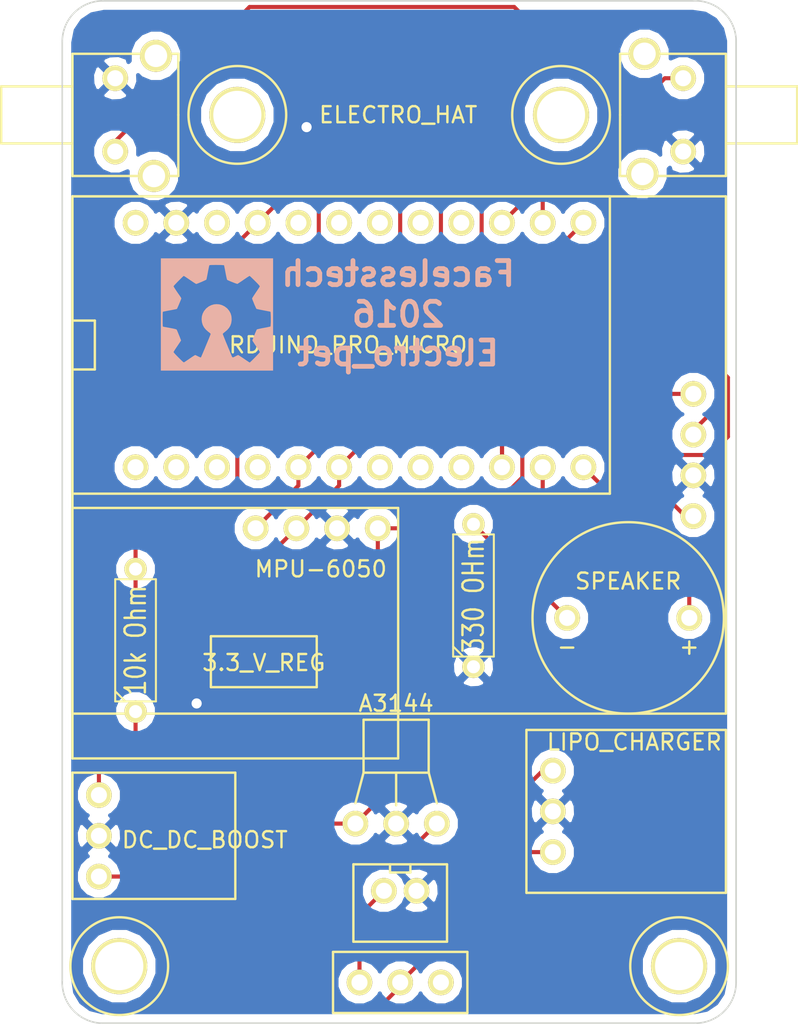
<source format=kicad_pcb>
(kicad_pcb (version 3) (host pcbnew "(22-Jun-2014 BZR 4027)-stable")

  (general
    (links 36)
    (no_connects 0)
    (area 281.127999 42.240999 323.265001 106.095001)
    (thickness 1.6)
    (drawings 11)
    (tracks 125)
    (zones 0)
    (modules 20)
    (nets 15)
  )

  (page A3)
  (layers
    (15 F.Cu signal)
    (0 B.Cu signal)
    (16 B.Adhes user)
    (17 F.Adhes user)
    (18 B.Paste user)
    (19 F.Paste user)
    (20 B.SilkS user)
    (21 F.SilkS user)
    (22 B.Mask user)
    (23 F.Mask user)
    (24 Dwgs.User user)
    (25 Cmts.User user)
    (26 Eco1.User user)
    (27 Eco2.User user)
    (28 Edge.Cuts user)
  )

  (setup
    (last_trace_width 0.254)
    (trace_clearance 0.254)
    (zone_clearance 0.508)
    (zone_45_only no)
    (trace_min 0.254)
    (segment_width 0.2)
    (edge_width 0.1)
    (via_size 0.889)
    (via_drill 0.635)
    (via_min_size 0.889)
    (via_min_drill 0.508)
    (uvia_size 0.508)
    (uvia_drill 0.127)
    (uvias_allowed no)
    (uvia_min_size 0.508)
    (uvia_min_drill 0.127)
    (pcb_text_width 0.3)
    (pcb_text_size 1.5 1.5)
    (mod_edge_width 0.15)
    (mod_text_size 1 1)
    (mod_text_width 0.15)
    (pad_size 2.5 2.5)
    (pad_drill 2)
    (pad_to_mask_clearance 0)
    (aux_axis_origin 0 0)
    (visible_elements FFFFFFBF)
    (pcbplotparams
      (layerselection 284196865)
      (usegerberextensions true)
      (excludeedgelayer true)
      (linewidth 0.150000)
      (plotframeref false)
      (viasonmask false)
      (mode 1)
      (useauxorigin false)
      (hpglpennumber 1)
      (hpglpenspeed 20)
      (hpglpendiameter 15)
      (hpglpenoverlay 2)
      (psnegative false)
      (psa4output false)
      (plotreference true)
      (plotvalue true)
      (plotothertext true)
      (plotinvisibletext false)
      (padsonsilk false)
      (subtractmaskfromsilk false)
      (outputformat 1)
      (mirror false)
      (drillshape 0)
      (scaleselection 1)
      (outputdirectory gerbers/))
  )

  (net 0 "")
  (net 1 N-0000010)
  (net 2 N-0000017)
  (net 3 N-0000018)
  (net 4 N-0000019)
  (net 5 N-0000020)
  (net 6 N-0000021)
  (net 7 N-0000022)
  (net 8 N-0000023)
  (net 9 N-0000024)
  (net 10 N-0000025)
  (net 11 N-0000026)
  (net 12 N-0000028)
  (net 13 N-0000029)
  (net 14 N-000008)

  (net_class Default "This is the default net class."
    (clearance 0.254)
    (trace_width 0.254)
    (via_dia 0.889)
    (via_drill 0.635)
    (uvia_dia 0.508)
    (uvia_drill 0.127)
    (add_net "")
    (add_net N-0000010)
    (add_net N-0000017)
    (add_net N-0000018)
    (add_net N-0000019)
    (add_net N-0000020)
    (add_net N-0000021)
    (add_net N-0000022)
    (add_net N-0000023)
    (add_net N-0000024)
    (add_net N-0000025)
    (add_net N-0000026)
    (add_net N-0000028)
    (add_net N-0000029)
    (add_net N-000008)
  )

  (module R3-5 (layer F.Cu) (tedit 57E557E9) (tstamp 57CB0597)
    (at 285.75 82.169 90)
    (path /57C2F015)
    (fp_text reference "10k Ohm" (at 0 0 90) (layer F.SilkS)
      (effects (font (size 1.27 1.016) (thickness 0.1524)))
    )
    (fp_text value R (at 0 0 90) (layer F.SilkS) hide
      (effects (font (size 1.27 1.016) (thickness 0.1524)))
    )
    (fp_line (start -3.81 -0.635) (end -3.81 1.27) (layer F.SilkS) (width 0.127))
    (fp_line (start -3.81 1.27) (end 3.81 1.27) (layer F.SilkS) (width 0.127))
    (fp_line (start 3.81 1.27) (end 3.81 -1.27) (layer F.SilkS) (width 0.127))
    (fp_line (start 3.81 -1.27) (end -3.81 -1.27) (layer F.SilkS) (width 0.127))
    (fp_line (start -3.81 -1.27) (end -3.81 -0.635) (layer F.SilkS) (width 0.127))
    (fp_line (start -4.445 0) (end -3.81 0) (layer F.SilkS) (width 0.127))
    (fp_line (start 3.81 0) (end 4.445 0) (layer F.SilkS) (width 0.127))
    (fp_line (start -3.81 -0.635) (end -3.175 -1.27) (layer F.SilkS) (width 0.127))
    (pad 1 thru_hole circle (at -4.445 0 90) (size 1.397 1.397) (drill 0.8128)
      (layers *.Cu *.Mask F.SilkS)
      (net 13 N-0000029)
    )
    (pad 2 thru_hole circle (at 4.445 0 90) (size 1.397 1.397) (drill 0.8128)
      (layers *.Cu *.Mask F.SilkS)
      (net 8 N-0000023)
    )
    (model discret/resistor.wrl
      (at (xyz 0 0 0))
      (scale (xyz 0.35 0.35 0.3))
      (rotate (xyz 0 0 0))
    )
  )

  (module arduino_leonardo (layer F.Cu) (tedit 57E55857) (tstamp 57CDA8C9)
    (at 298.577 63.754 90)
    (path /57CB08C7)
    (fp_text reference U7 (at 3.175 0 180) (layer F.SilkS) hide
      (effects (font (size 1 1) (thickness 0.15)))
    )
    (fp_text value ARDUINO_PRO_MICRO (at 0 0 180) (layer F.SilkS)
      (effects (font (size 1 1) (thickness 0.15)))
    )
    (fp_line (start -1.524 -16.764) (end -1.524 -15.367) (layer F.SilkS) (width 0.15))
    (fp_line (start -1.524 -15.367) (end 1.524 -15.367) (layer F.SilkS) (width 0.15))
    (fp_line (start 1.524 -15.367) (end 1.524 -16.764) (layer F.SilkS) (width 0.15))
    (fp_line (start 9.144 -16.764) (end 9.271 -16.764) (layer F.SilkS) (width 0.15))
    (fp_line (start 9.271 -16.764) (end 9.271 16.764) (layer F.SilkS) (width 0.15))
    (fp_line (start 9.271 16.764) (end -9.271 16.764) (layer F.SilkS) (width 0.15))
    (fp_line (start -9.271 16.764) (end -9.271 -16.764) (layer F.SilkS) (width 0.15))
    (fp_line (start -9.271 -16.764) (end 9.144 -16.764) (layer F.SilkS) (width 0.15))
    (pad 12 thru_hole circle (at -7.62 15.113 90) (size 1.6 1.6) (drill 1)
      (layers *.Cu *.Mask F.SilkS)
      (net 10 N-0000025)
    )
    (pad 11 thru_hole circle (at -7.62 12.573 90) (size 1.6 1.6) (drill 1)
      (layers *.Cu *.Mask F.SilkS)
      (net 13 N-0000029)
    )
    (pad 13 thru_hole circle (at 7.62 15.113 90) (size 1.6 1.6) (drill 1)
      (layers *.Cu *.Mask F.SilkS)
      (net 4 N-0000019)
    )
    (pad 10 thru_hole circle (at -7.62 10.033 90) (size 1.6 1.6) (drill 1)
      (layers *.Cu *.Mask F.SilkS)
      (net 2 N-0000017)
    )
    (pad 9 thru_hole circle (at -7.62 7.493 90) (size 1.6 1.6) (drill 1)
      (layers *.Cu *.Mask F.SilkS)
    )
    (pad 8 thru_hole circle (at -7.62 4.953 90) (size 1.6 1.6) (drill 1)
      (layers *.Cu *.Mask F.SilkS)
    )
    (pad 7 thru_hole circle (at -7.62 2.413 90) (size 1.6 1.6) (drill 1)
      (layers *.Cu *.Mask F.SilkS)
    )
    (pad 6 thru_hole circle (at -7.62 -0.127 90) (size 1.6 1.6) (drill 1)
      (layers *.Cu *.Mask F.SilkS)
      (net 5 N-0000020)
    )
    (pad 5 thru_hole circle (at -7.62 -2.667 90) (size 1.6 1.6) (drill 1)
      (layers *.Cu *.Mask F.SilkS)
      (net 6 N-0000021)
    )
    (pad 4 thru_hole circle (at -7.62 -5.207 90) (size 1.6 1.6) (drill 1)
      (layers *.Cu *.Mask F.SilkS)
    )
    (pad 3 thru_hole circle (at -7.62 -7.747 90) (size 1.6 1.6) (drill 1)
      (layers *.Cu *.Mask F.SilkS)
    )
    (pad 2 thru_hole circle (at -7.62 -10.287 90) (size 1.6 1.6) (drill 1)
      (layers *.Cu *.Mask F.SilkS)
    )
    (pad 1 thru_hole circle (at -7.62 -12.827 90) (size 1.6 1.6) (drill 1)
      (layers *.Cu *.Mask F.SilkS)
    )
    (pad 14 thru_hole circle (at 7.62 12.573 90) (size 1.6 1.6) (drill 1)
      (layers *.Cu *.Mask F.SilkS)
      (net 7 N-0000022)
    )
    (pad 15 thru_hole circle (at 7.62 10.033 90) (size 1.6 1.6) (drill 1)
      (layers *.Cu *.Mask F.SilkS)
      (net 3 N-0000018)
    )
    (pad 16 thru_hole circle (at 7.62 7.493 90) (size 1.6 1.6) (drill 1)
      (layers *.Cu *.Mask F.SilkS)
    )
    (pad 17 thru_hole circle (at 7.62 4.953 90) (size 1.6 1.6) (drill 1)
      (layers *.Cu *.Mask F.SilkS)
    )
    (pad 18 thru_hole circle (at 7.62 2.413 90) (size 1.6 1.6) (drill 1)
      (layers *.Cu *.Mask F.SilkS)
    )
    (pad 19 thru_hole circle (at 7.62 -0.127 90) (size 1.6 1.6) (drill 1)
      (layers *.Cu *.Mask F.SilkS)
    )
    (pad 20 thru_hole circle (at 7.62 -2.667 90) (size 1.6 1.6) (drill 1)
      (layers *.Cu *.Mask F.SilkS)
    )
    (pad 21 thru_hole circle (at 7.62 -5.207 90) (size 1.6 1.6) (drill 1)
      (layers *.Cu *.Mask F.SilkS)
      (net 8 N-0000023)
    )
    (pad 22 thru_hole circle (at 7.62 -7.747 90) (size 1.6 1.6) (drill 1)
      (layers *.Cu *.Mask F.SilkS)
    )
    (pad 23 thru_hole circle (at 7.62 -10.287 90) (size 1.6 1.6) (drill 1)
      (layers *.Cu *.Mask F.SilkS)
      (net 14 N-000008)
    )
    (pad 24 thru_hole circle (at 7.62 -12.827 90) (size 1.6 1.6) (drill 1)
      (layers *.Cu *.Mask F.SilkS)
    )
  )

  (module piezo_small_custom (layer F.Cu) (tedit 57E55820) (tstamp 57CDA9A5)
    (at 316.484 80.772 180)
    (path /57C2F5ED)
    (fp_text reference SP1 (at 0 -7.366 180) (layer F.SilkS) hide
      (effects (font (size 1 1) (thickness 0.15)))
    )
    (fp_text value SPEAKER (at 0 2.286 180) (layer F.SilkS)
      (effects (font (size 1 1) (thickness 0.15)))
    )
    (fp_text user - (at 3.81 -1.778 180) (layer F.SilkS)
      (effects (font (size 1 1) (thickness 0.15)))
    )
    (fp_text user + (at -3.81 -1.778 180) (layer F.SilkS)
      (effects (font (size 1 1) (thickness 0.15)))
    )
    (fp_circle (center 0 0) (end 5.969 0.127) (layer F.SilkS) (width 0.15))
    (pad 1 thru_hole circle (at 3.81 0 180) (size 1.6 1.6) (drill 1)
      (layers *.Cu *.Mask F.SilkS)
      (net 9 N-0000024)
    )
    (pad 2 thru_hole circle (at -3.81 0 180) (size 1.6 1.6) (drill 1)
      (layers *.Cu *.Mask F.SilkS)
      (net 10 N-0000025)
    )
  )

  (module electro_hat_custom (layer F.Cu) (tedit 57EA4B84) (tstamp 57CDAB04)
    (at 302.133 45.593)
    (path /57CBEF1F)
    (fp_text reference U3 (at 0 -4.445) (layer F.SilkS) hide
      (effects (font (size 1 1) (thickness 0.15)))
    )
    (fp_text value ELECTRO_HAT (at 0 3.81) (layer F.SilkS)
      (effects (font (size 1 1) (thickness 0.15)))
    )
    (pad 3 smd rect (at -1.27 0) (size 1.2 4.5)
      (layers F.Cu F.Paste F.Mask)
      (net 5 N-0000020)
    )
    (pad 4 smd rect (at 1.27 0) (size 1.2 4.5)
      (layers F.Cu F.Paste F.Mask)
      (net 6 N-0000021)
    )
    (pad 2 smd rect (at -3.81 0) (size 1.2 4.5)
      (layers F.Cu F.Paste F.Mask)
      (net 8 N-0000023)
    )
    (pad 1 smd rect (at -6.35 0) (size 1.2 4.5)
      (layers F.Cu F.Paste F.Mask)
      (net 14 N-000008)
    )
    (pad 5 smd rect (at 3.81 0) (size 1.2 4.5)
      (layers F.Cu F.Paste F.Mask)
      (net 2 N-0000017)
    )
    (pad 6 smd rect (at 6.35 0) (size 1.2 4.5)
      (layers F.Cu F.Paste F.Mask)
      (net 4 N-0000019)
    )
  )

  (module AMS1117_custom (layer F.Cu) (tedit 5804D7E7) (tstamp 57CDAB62)
    (at 293.751 86.741)
    (path /57CB075C)
    (fp_text reference U4 (at 0 -9.779) (layer F.SilkS) hide
      (effects (font (size 1 1) (thickness 0.15)))
    )
    (fp_text value 3.3_V_REG (at 0 -3.175) (layer F.SilkS)
      (effects (font (size 1 1) (thickness 0.15)))
    )
    (fp_line (start -3.302 -4.826) (end 3.302 -4.826) (layer F.SilkS) (width 0.15))
    (fp_line (start 3.302 -4.826) (end 3.302 -1.651) (layer F.SilkS) (width 0.15))
    (fp_line (start 3.302 -1.651) (end -3.302 -1.651) (layer F.SilkS) (width 0.15))
    (fp_line (start -3.302 -1.651) (end -3.302 -4.826) (layer F.SilkS) (width 0.15))
    (pad 1 smd rect (at -2.286 0) (size 1.2 1.2)
      (layers F.Cu F.Paste F.Mask)
      (net 14 N-000008)
    )
    (pad 2 smd rect (at 0 0) (size 1.2 1.2)
      (layers F.Cu F.Paste F.Mask)
      (net 12 N-0000028)
    )
    (pad 3 smd rect (at 2.286 0) (size 1.2 1.2)
      (layers F.Cu F.Paste F.Mask)
      (net 8 N-0000023)
    )
    (pad 0 smd rect (at 0 -6.604) (size 3 1.2)
      (layers F.Cu F.Paste F.Mask)
    )
  )

  (module small_DC_DC_boost (layer F.Cu) (tedit 5804D814) (tstamp 57D40A13)
    (at 286.893 94.361 270)
    (path /57C5F5BD)
    (fp_text reference U6 (at -5.461 0 360) (layer F.SilkS) hide
      (effects (font (size 1 1) (thickness 0.15)))
    )
    (fp_text value DC_DC_BOOST (at 0.254 -3.175 360) (layer F.SilkS)
      (effects (font (size 1 1) (thickness 0.15)))
    )
    (fp_line (start -3.937 5.08) (end -3.937 -5.08) (layer F.SilkS) (width 0.15))
    (fp_line (start -3.937 -5.08) (end 3.937 -5.08) (layer F.SilkS) (width 0.15))
    (fp_line (start 3.937 -5.08) (end 3.937 5.08) (layer F.SilkS) (width 0.15))
    (fp_line (start 3.937 5.08) (end -3.937 5.08) (layer F.SilkS) (width 0.15))
    (pad 1 thru_hole circle (at -2.54 3.429 270) (size 1.6 1.6) (drill 1)
      (layers *.Cu *.Mask F.SilkS)
      (net 8 N-0000023)
    )
    (pad 2 thru_hole circle (at 0 3.429 270) (size 1.6 1.6) (drill 1)
      (layers *.Cu *.Mask F.SilkS)
      (net 14 N-000008)
    )
    (pad 3 thru_hole circle (at 2.54 3.429 270) (size 1.6 1.6) (drill 1)
      (layers *.Cu *.Mask F.SilkS)
      (net 11 N-0000026)
    )
  )

  (module small_lipo_charger (layer F.Cu) (tedit 5804D801) (tstamp 57D4157D)
    (at 316.357 92.837 270)
    (path /57C5F5AE)
    (fp_text reference U2 (at -6.477 0 360) (layer F.SilkS) hide
      (effects (font (size 1 1) (thickness 0.15)))
    )
    (fp_text value LIPO_CHARGER (at -4.318 -0.508 360) (layer F.SilkS)
      (effects (font (size 1 1) (thickness 0.15)))
    )
    (fp_line (start -5.08 6.223) (end -5.08 -6.223) (layer F.SilkS) (width 0.15))
    (fp_line (start -5.08 -6.223) (end 5.08 -6.223) (layer F.SilkS) (width 0.15))
    (fp_line (start 5.08 -6.223) (end 5.08 6.223) (layer F.SilkS) (width 0.15))
    (fp_line (start 5.08 6.223) (end -5.08 6.223) (layer F.SilkS) (width 0.15))
    (pad 1 thru_hole circle (at -2.54 4.572 270) (size 1.6 1.6) (drill 1)
      (layers *.Cu *.Mask F.SilkS)
      (net 8 N-0000023)
    )
    (pad 2 thru_hole circle (at 0 4.572 270) (size 1.6 1.6) (drill 1)
      (layers *.Cu *.Mask F.SilkS)
      (net 14 N-000008)
    )
    (pad 3 thru_hole circle (at 2.54 4.572 270) (size 1.6 1.6) (drill 1)
      (layers *.Cu *.Mask F.SilkS)
      (net 11 N-0000026)
    )
  )

  (module right_angle_button_custom (layer F.Cu) (tedit 57E558B7) (tstamp 57D975CF)
    (at 319.278 49.403)
    (path /57C48356)
    (fp_text reference SW3 (at 0 -6.096) (layer F.SilkS) hide
      (effects (font (size 1 1) (thickness 0.15)))
    )
    (fp_text value SW_PUSH (at 1.905 5.207) (layer F.SilkS) hide
      (effects (font (size 1 1) (thickness 0.15)))
    )
    (fp_line (start 3.302 -1.778) (end 7.747 -1.778) (layer F.SilkS) (width 0.15))
    (fp_line (start 7.747 -1.778) (end 7.747 1.778) (layer F.SilkS) (width 0.15))
    (fp_line (start 7.747 1.778) (end 3.302 1.778) (layer F.SilkS) (width 0.15))
    (fp_line (start -3.302 0) (end -3.302 -3.81) (layer F.SilkS) (width 0.15))
    (fp_line (start -3.302 -3.81) (end 3.302 -3.81) (layer F.SilkS) (width 0.15))
    (fp_line (start 3.302 -3.81) (end 3.302 3.81) (layer F.SilkS) (width 0.15))
    (fp_line (start 3.302 3.81) (end -3.302 3.81) (layer F.SilkS) (width 0.15))
    (fp_line (start -3.302 3.81) (end -3.302 0) (layer F.SilkS) (width 0.15))
    (pad 1 thru_hole circle (at 0.635 -2.286) (size 1.6 1.6) (drill 1)
      (layers *.Cu *.Mask F.SilkS)
      (net 7 N-0000022)
    )
    (pad 2 thru_hole circle (at 0.635 2.286) (size 1.6 1.6) (drill 1)
      (layers *.Cu *.Mask F.SilkS)
      (net 14 N-000008)
    )
    (pad 3 thru_hole circle (at -1.905 3.683) (size 2 2) (drill 1.4)
      (layers *.Cu *.Mask F.SilkS)
    )
    (pad 4 thru_hole circle (at -1.778 -3.81) (size 2 2) (drill 1.4)
      (layers *.Cu *.Mask F.SilkS)
    )
  )

  (module right_angle_button_custom (layer F.Cu) (tedit 57E558C1) (tstamp 57D975DF)
    (at 285.115 49.403 180)
    (path /57C5B972)
    (fp_text reference SW2 (at 0 -6.096 180) (layer F.SilkS) hide
      (effects (font (size 1 1) (thickness 0.15)))
    )
    (fp_text value SW_PUSH (at 1.905 5.207 180) (layer F.SilkS) hide
      (effects (font (size 1 1) (thickness 0.15)))
    )
    (fp_line (start 3.302 -1.778) (end 7.747 -1.778) (layer F.SilkS) (width 0.15))
    (fp_line (start 7.747 -1.778) (end 7.747 1.778) (layer F.SilkS) (width 0.15))
    (fp_line (start 7.747 1.778) (end 3.302 1.778) (layer F.SilkS) (width 0.15))
    (fp_line (start -3.302 0) (end -3.302 -3.81) (layer F.SilkS) (width 0.15))
    (fp_line (start -3.302 -3.81) (end 3.302 -3.81) (layer F.SilkS) (width 0.15))
    (fp_line (start 3.302 -3.81) (end 3.302 3.81) (layer F.SilkS) (width 0.15))
    (fp_line (start 3.302 3.81) (end -3.302 3.81) (layer F.SilkS) (width 0.15))
    (fp_line (start -3.302 3.81) (end -3.302 0) (layer F.SilkS) (width 0.15))
    (pad 1 thru_hole circle (at 0.635 -2.286 180) (size 1.6 1.6) (drill 1)
      (layers *.Cu *.Mask F.SilkS)
      (net 3 N-0000018)
    )
    (pad 2 thru_hole circle (at 0.635 2.286 180) (size 1.6 1.6) (drill 1)
      (layers *.Cu *.Mask F.SilkS)
      (net 14 N-000008)
    )
    (pad 3 thru_hole circle (at -1.905 3.683 180) (size 2 2) (drill 1.4)
      (layers *.Cu *.Mask F.SilkS)
    )
    (pad 4 thru_hole circle (at -1.778 -3.81 180) (size 2 2) (drill 1.4)
      (layers *.Cu *.Mask F.SilkS)
    )
  )

  (module 3_pin_switch_custom (layer F.Cu) (tedit 57E55757) (tstamp 57D99A62)
    (at 302.26 103.505)
    (path /57C44A93)
    (fp_text reference SW1 (at 0 -3.556) (layer F.SilkS) hide
      (effects (font (size 1 1) (thickness 0.15)))
    )
    (fp_text value SWITCH_INV (at 0 3.556) (layer F.SilkS) hide
      (effects (font (size 1 1) (thickness 0.15)))
    )
    (fp_line (start -4.191 -1.905) (end 4.191 -1.905) (layer F.SilkS) (width 0.15))
    (fp_line (start 4.191 -1.905) (end 4.191 1.905) (layer F.SilkS) (width 0.15))
    (fp_line (start 4.191 1.905) (end -4.191 1.905) (layer F.SilkS) (width 0.15))
    (fp_line (start -4.191 1.905) (end -4.191 -1.905) (layer F.SilkS) (width 0.15))
    (pad 1 thru_hole circle (at -2.54 0) (size 1.6 1.6) (drill 1)
      (layers *.Cu *.Mask F.SilkS)
      (net 1 N-0000010)
    )
    (pad 2 thru_hole circle (at 0 0) (size 1.6 1.6) (drill 1)
      (layers *.Cu *.Mask F.SilkS)
      (net 11 N-0000026)
    )
    (pad 3 thru_hole circle (at 2.54 0) (size 1.6 1.6) (drill 1)
      (layers *.Cu *.Mask F.SilkS)
    )
  )

  (module A3144_custom (layer F.Cu) (tedit 57E557A9) (tstamp 57DAE63E)
    (at 302.006 93.599)
    (path /57CBEF3F)
    (fp_text reference U9 (at -4.953 0 90) (layer F.SilkS) hide
      (effects (font (size 1 1) (thickness 0.15)))
    )
    (fp_text value A3144 (at 0 -7.493) (layer F.SilkS)
      (effects (font (size 1 1) (thickness 0.15)))
    )
    (fp_line (start -2.032 -3.175) (end -2.54 -1.27) (layer F.SilkS) (width 0.15))
    (fp_line (start 2.032 -3.175) (end 2.54 -1.27) (layer F.SilkS) (width 0.15))
    (fp_line (start 0 -3.175) (end 0 -1.143) (layer F.SilkS) (width 0.15))
    (fp_line (start -2.032 -3.175) (end -2.032 -6.477) (layer F.SilkS) (width 0.15))
    (fp_line (start -2.032 -6.477) (end 2.032 -6.477) (layer F.SilkS) (width 0.15))
    (fp_line (start 2.032 -6.477) (end 2.032 -3.175) (layer F.SilkS) (width 0.15))
    (fp_line (start -2.032 -3.175) (end 2.032 -3.175) (layer F.SilkS) (width 0.15))
    (pad 1 thru_hole circle (at 2.54 0) (size 1.6 1.6) (drill 1)
      (layers *.Cu *.Mask F.SilkS)
      (net 8 N-0000023)
    )
    (pad 2 thru_hole circle (at 0 0) (size 1.6 1.6) (drill 1)
      (layers *.Cu *.Mask F.SilkS)
      (net 14 N-000008)
    )
    (pad 3 thru_hole circle (at -2.54 0) (size 1.6 1.6) (drill 1)
      (layers *.Cu *.Mask F.SilkS)
      (net 13 N-0000029)
    )
  )

  (module M3_bolt_nut_custom (layer F.Cu) (tedit 57EA4B75) (tstamp 57DC0E2B)
    (at 312.293 49.403)
    (fp_text reference M3_bolt_nut_custom (at 0 -3.429) (layer F.SilkS) hide
      (effects (font (size 1 1) (thickness 0.15)))
    )
    (fp_text value VAL** (at 0 4.191) (layer F.SilkS) hide
      (effects (font (size 1 1) (thickness 0.15)))
    )
    (fp_circle (center 0 0) (end 3.048 0) (layer F.SilkS) (width 0.15))
    (pad 1 thru_hole circle (at 0 0) (size 3.5 3.5) (drill 3)
      (layers *.Cu *.Mask F.SilkS)
    )
  )

  (module M3_bolt_nut_custom (layer F.Cu) (tedit 57EA4B7D) (tstamp 57DC0E7E)
    (at 292.1 49.403)
    (fp_text reference M3_bolt_nut_custom (at 0 -3.429) (layer F.SilkS) hide
      (effects (font (size 1 1) (thickness 0.15)))
    )
    (fp_text value VAL** (at 0 4.191) (layer F.SilkS) hide
      (effects (font (size 1 1) (thickness 0.15)))
    )
    (fp_circle (center 0 0) (end 3.048 0) (layer F.SilkS) (width 0.15))
    (pad 1 thru_hole circle (at 0 0) (size 3.5 3.5) (drill 3)
      (layers *.Cu *.Mask F.SilkS)
    )
  )

  (module M3_bolt_nut_custom (layer F.Cu) (tedit 57E55714) (tstamp 57DC0DE6)
    (at 319.659 102.489)
    (fp_text reference M3_bolt_nut_custom (at 0 -3.429) (layer F.SilkS) hide
      (effects (font (size 1 1) (thickness 0.15)))
    )
    (fp_text value VAL** (at 0 4.191) (layer F.SilkS) hide
      (effects (font (size 1 1) (thickness 0.15)))
    )
    (fp_circle (center 0 0) (end 3.048 0) (layer F.SilkS) (width 0.15))
    (pad 1 thru_hole circle (at 0 0) (size 3.5 3.5) (drill 3)
      (layers *.Cu *.Mask F.SilkS)
    )
  )

  (module M3_bolt_nut_custom (layer F.Cu) (tedit 57E5574C) (tstamp 57DC0DF1)
    (at 284.734 102.489)
    (fp_text reference M3_bolt_nut_custom (at 0 -3.429) (layer F.SilkS) hide
      (effects (font (size 1 1) (thickness 0.15)))
    )
    (fp_text value VAL** (at 0 4.191) (layer F.SilkS) hide
      (effects (font (size 1 1) (thickness 0.15)))
    )
    (fp_circle (center 0 0) (end 3.048 0) (layer F.SilkS) (width 0.15))
    (pad 1 thru_hole circle (at 0 0) (size 3.5 3.5) (drill 3)
      (layers *.Cu *.Mask F.SilkS)
    )
  )

  (module 8x8_matrix_custom (layer F.Cu) (tedit 57E5586C) (tstamp 57DC29AA)
    (at 320.548 70.612 90)
    (path /57CBEEB4)
    (fp_text reference U1 (at 0 -37.465 90) (layer F.SilkS) hide
      (effects (font (size 1 1) (thickness 0.15)))
    )
    (fp_text value 8X8_LED_MATRIX (at 0 -3.556 90) (layer F.SilkS) hide
      (effects (font (size 1 1) (thickness 0.15)))
    )
    (fp_line (start 16.129 2.032) (end 16.129 -38.735) (layer F.SilkS) (width 0.15))
    (fp_line (start 16.129 -38.735) (end -16.129 -38.735) (layer F.SilkS) (width 0.15))
    (fp_line (start -16.129 -38.735) (end -16.129 2.032) (layer F.SilkS) (width 0.15))
    (fp_line (start -16.129 2.032) (end 16.129 2.032) (layer F.SilkS) (width 0.15))
    (pad 2 thru_hole circle (at 1.27 0 90) (size 1.6 1.6) (drill 1)
      (layers *.Cu *.Mask F.SilkS)
      (net 6 N-0000021)
    )
    (pad 3 thru_hole circle (at -1.27 0 90) (size 1.6 1.6) (drill 1)
      (layers *.Cu *.Mask F.SilkS)
      (net 14 N-000008)
    )
    (pad 4 thru_hole circle (at -3.81 0 90) (size 1.6 1.6) (drill 1)
      (layers *.Cu *.Mask F.SilkS)
      (net 12 N-0000028)
    )
    (pad 1 thru_hole circle (at 3.81 0 90) (size 1.6 1.6) (drill 1)
      (layers *.Cu *.Mask F.SilkS)
      (net 5 N-0000020)
    )
  )

  (module JST-PH_custom (layer F.Cu) (tedit 57E55797) (tstamp 57E42113)
    (at 302.26 98.552 180)
    (path /57C2F67C)
    (fp_text reference U8 (at 0 -4.064 180) (layer F.SilkS) hide
      (effects (font (size 1 1) (thickness 0.15)))
    )
    (fp_text value BATTERY_CUSTOM (at 0 4.191 180) (layer F.SilkS) hide
      (effects (font (size 1 1) (thickness 0.15)))
    )
    (fp_line (start -0.635 2.413) (end -0.635 1.905) (layer F.SilkS) (width 0.15))
    (fp_line (start -0.635 1.905) (end 0.635 1.905) (layer F.SilkS) (width 0.15))
    (fp_line (start 0.635 1.905) (end 0.635 2.413) (layer F.SilkS) (width 0.15))
    (fp_line (start -2.921 2.413) (end 2.921 2.413) (layer F.SilkS) (width 0.15))
    (fp_line (start -2.921 -2.413) (end 2.921 -2.413) (layer F.SilkS) (width 0.15))
    (fp_line (start -2.921 -2.413) (end -2.921 2.413) (layer F.SilkS) (width 0.15))
    (fp_line (start 2.921 -2.413) (end 2.921 2.413) (layer F.SilkS) (width 0.15))
    (pad 1 thru_hole circle (at -1.016 0.762 180) (size 1.6 1.6) (drill 1)
      (layers *.Cu *.Mask F.SilkS)
      (net 14 N-000008)
    )
    (pad 2 thru_hole circle (at 1.016 0.762 180) (size 1.6 1.6) (drill 1)
      (layers *.Cu *.Mask F.SilkS)
      (net 1 N-0000010)
    )
  )

  (module OSH_final_silks_back (layer F.Cu) (tedit 0) (tstamp 57EB05E9)
    (at 290.83 61.849)
    (fp_text reference VAL (at 0 0) (layer F.SilkS) hide
      (effects (font (size 1.143 1.143) (thickness 0.1778)))
    )
    (fp_text value OSH_final_silks_back (at 0 0) (layer F.SilkS) hide
      (effects (font (size 1.143 1.143) (thickness 0.1778)))
    )
    (fp_poly (pts (xy -3.50012 3.50012) (xy -3.3909 3.50012) (xy -3.3909 0.4318) (xy -3.3909 0.29464)
      (xy -3.3909 0.14986) (xy -3.3909 0.0381) (xy -3.38836 -0.04572) (xy -3.38582 -0.10414)
      (xy -3.38074 -0.14224) (xy -3.37566 -0.1651) (xy -3.36804 -0.17272) (xy -3.34264 -0.1778)
      (xy -3.2893 -0.1905) (xy -3.21056 -0.20574) (xy -3.1115 -0.22606) (xy -2.99974 -0.24638)
      (xy -2.92608 -0.25908) (xy -2.80924 -0.28194) (xy -2.70256 -0.30226) (xy -2.61366 -0.32004)
      (xy -2.54762 -0.33528) (xy -2.50952 -0.3429) (xy -2.49936 -0.34798) (xy -2.4892 -0.3683)
      (xy -2.46634 -0.41656) (xy -2.43586 -0.48514) (xy -2.4003 -0.56642) (xy -2.3622 -0.65532)
      (xy -2.3241 -0.74676) (xy -2.28854 -0.83312) (xy -2.25806 -0.90678) (xy -2.23774 -0.96266)
      (xy -2.22504 -0.99568) (xy -2.22504 -0.99822) (xy -2.2352 -1.02362) (xy -2.2606 -1.07188)
      (xy -2.30124 -1.13284) (xy -2.33934 -1.19126) (xy -2.4511 -1.34874) (xy -2.54 -1.48082)
      (xy -2.60858 -1.58496) (xy -2.65938 -1.6637) (xy -2.6924 -1.71958) (xy -2.70764 -1.7526)
      (xy -2.71018 -1.75768) (xy -2.69748 -1.778) (xy -2.66446 -1.81864) (xy -2.61366 -1.87452)
      (xy -2.54762 -1.9431) (xy -2.4765 -2.0193) (xy -2.39776 -2.09804) (xy -2.31902 -2.17678)
      (xy -2.24536 -2.25044) (xy -2.17932 -2.31394) (xy -2.12598 -2.36474) (xy -2.08788 -2.39522)
      (xy -2.07264 -2.40538) (xy -2.05232 -2.39522) (xy -2.0066 -2.36728) (xy -1.94056 -2.32664)
      (xy -1.85928 -2.27076) (xy -1.76276 -2.20726) (xy -1.68656 -2.15392) (xy -1.58242 -2.08534)
      (xy -1.49098 -2.02184) (xy -1.41224 -1.97104) (xy -1.35128 -1.93294) (xy -1.31064 -1.91008)
      (xy -1.29794 -1.90246) (xy -1.27254 -1.91008) (xy -1.2192 -1.92786) (xy -1.14808 -1.9558)
      (xy -1.06426 -1.99136) (xy -0.97282 -2.02692) (xy -0.88392 -2.06756) (xy -0.80264 -2.10312)
      (xy -0.73406 -2.13614) (xy -0.6858 -2.159) (xy -0.66294 -2.17424) (xy -0.66294 -2.17424)
      (xy -0.65532 -2.19964) (xy -0.64262 -2.25298) (xy -0.62738 -2.33172) (xy -0.60706 -2.43078)
      (xy -0.58674 -2.54254) (xy -0.57404 -2.6035) (xy -0.55372 -2.72034) (xy -0.53086 -2.82956)
      (xy -0.51308 -2.921) (xy -0.49784 -2.99212) (xy -0.48768 -3.03784) (xy -0.48514 -3.048)
      (xy -0.47752 -3.0607) (xy -0.4699 -3.06832) (xy -0.45212 -3.07594) (xy -0.42418 -3.08102)
      (xy -0.381 -3.08356) (xy -0.3175 -3.0861) (xy -0.2286 -3.0861) (xy -0.11176 -3.08864)
      (xy -0.02032 -3.08864) (xy 0.10922 -3.0861) (xy 0.22352 -3.0861) (xy 0.3175 -3.08102)
      (xy 0.38862 -3.07848) (xy 0.42926 -3.0734) (xy 0.43942 -3.07086) (xy 0.4445 -3.05054)
      (xy 0.4572 -2.9972) (xy 0.47244 -2.921) (xy 0.49276 -2.82194) (xy 0.51308 -2.71018)
      (xy 0.53086 -2.6162) (xy 0.55372 -2.49682) (xy 0.57658 -2.38506) (xy 0.5969 -2.29108)
      (xy 0.61468 -2.21996) (xy 0.62738 -2.17424) (xy 0.635 -2.16154) (xy 0.6604 -2.14376)
      (xy 0.7112 -2.1209) (xy 0.78232 -2.09042) (xy 0.86614 -2.05486) (xy 0.95758 -2.0193)
      (xy 1.04648 -1.98374) (xy 1.1303 -1.95072) (xy 1.20142 -1.92786) (xy 1.25222 -1.91262)
      (xy 1.27508 -1.90754) (xy 1.2954 -1.92024) (xy 1.34366 -1.95072) (xy 1.4097 -1.9939)
      (xy 1.49352 -2.04978) (xy 1.59004 -2.11328) (xy 1.65608 -2.16154) (xy 1.75768 -2.23012)
      (xy 1.84658 -2.29108) (xy 1.92532 -2.34188) (xy 1.98628 -2.37998) (xy 2.02184 -2.4003)
      (xy 2.032 -2.40538) (xy 2.05232 -2.39268) (xy 2.09296 -2.35966) (xy 2.14884 -2.30632)
      (xy 2.21996 -2.23774) (xy 2.30378 -2.15646) (xy 2.36728 -2.09296) (xy 2.47142 -1.98882)
      (xy 2.5527 -1.905) (xy 2.61112 -1.8415) (xy 2.64668 -1.79578) (xy 2.667 -1.7653)
      (xy 2.66954 -1.74752) (xy 2.65684 -1.72466) (xy 2.6289 -1.6764) (xy 2.58318 -1.60528)
      (xy 2.5273 -1.52146) (xy 2.4638 -1.42748) (xy 2.4257 -1.3716) (xy 2.35966 -1.27254)
      (xy 2.2987 -1.1811) (xy 2.2479 -1.10236) (xy 2.21234 -1.04394) (xy 2.19202 -1.00584)
      (xy 2.18948 -0.99568) (xy 2.1971 -0.97028) (xy 2.21488 -0.91948) (xy 2.24282 -0.84836)
      (xy 2.27838 -0.76454) (xy 2.31394 -0.6731) (xy 2.35204 -0.58166) (xy 2.39014 -0.50038)
      (xy 2.42062 -0.42926) (xy 2.44602 -0.37846) (xy 2.45872 -0.35306) (xy 2.45872 -0.35306)
      (xy 2.48158 -0.34544) (xy 2.53238 -0.33274) (xy 2.60858 -0.31496) (xy 2.7051 -0.29464)
      (xy 2.81686 -0.27432) (xy 2.89052 -0.25908) (xy 3.0099 -0.23622) (xy 3.11658 -0.2159)
      (xy 3.20802 -0.19812) (xy 3.27914 -0.18542) (xy 3.32232 -0.17526) (xy 3.33248 -0.17272)
      (xy 3.3401 -0.1524) (xy 3.34772 -0.1016) (xy 3.35026 -0.02794) (xy 3.35534 0.0635)
      (xy 3.35788 0.17018) (xy 3.35788 0.2794) (xy 3.35788 0.39116) (xy 3.35788 0.49784)
      (xy 3.3528 0.59182) (xy 3.34772 0.67056) (xy 3.34264 0.7239) (xy 3.33502 0.7493)
      (xy 3.33502 0.7493) (xy 3.30962 0.75692) (xy 3.25628 0.76962) (xy 3.18008 0.7874)
      (xy 3.08102 0.80772) (xy 2.96926 0.82804) (xy 2.9083 0.84074) (xy 2.794 0.86106)
      (xy 2.68732 0.88392) (xy 2.59842 0.90424) (xy 2.53238 0.91948) (xy 2.49174 0.93218)
      (xy 2.48412 0.93726) (xy 2.47142 0.96012) (xy 2.44856 1.01092) (xy 2.41808 1.08204)
      (xy 2.37998 1.16586) (xy 2.34442 1.25984) (xy 2.30632 1.35382) (xy 2.27076 1.44272)
      (xy 2.24028 1.51892) (xy 2.21996 1.57988) (xy 2.2098 1.61544) (xy 2.20726 1.62052)
      (xy 2.21742 1.64084) (xy 2.24536 1.68656) (xy 2.28854 1.7526) (xy 2.34188 1.83388)
      (xy 2.40538 1.92786) (xy 2.44094 1.97866) (xy 2.50952 2.07772) (xy 2.56794 2.16662)
      (xy 2.6162 2.24536) (xy 2.65176 2.30378) (xy 2.67208 2.33934) (xy 2.67462 2.3495)
      (xy 2.66192 2.36728) (xy 2.6289 2.40792) (xy 2.5781 2.4638) (xy 2.5146 2.53238)
      (xy 2.44094 2.60858) (xy 2.36474 2.68732) (xy 2.286 2.76606) (xy 2.21234 2.83972)
      (xy 2.1463 2.90322) (xy 2.09296 2.95402) (xy 2.0574 2.98704) (xy 2.03962 2.9972)
      (xy 2.02184 2.98704) (xy 1.97866 2.96164) (xy 1.91516 2.91846) (xy 1.83388 2.86512)
      (xy 1.74244 2.80162) (xy 1.68656 2.76352) (xy 1.5875 2.69748) (xy 1.4986 2.63906)
      (xy 1.4224 2.58826) (xy 1.36398 2.5527) (xy 1.32842 2.53238) (xy 1.3208 2.52984)
      (xy 1.2954 2.53746) (xy 1.24714 2.56032) (xy 1.18364 2.5908) (xy 1.14046 2.61366)
      (xy 1.06426 2.65176) (xy 1.01346 2.67462) (xy 0.97536 2.67462) (xy 0.94742 2.65176)
      (xy 0.92202 2.6035) (xy 0.889 2.52222) (xy 0.88392 2.51206) (xy 0.8636 2.4638)
      (xy 0.83312 2.38506) (xy 0.79248 2.286) (xy 0.74422 2.16662) (xy 0.68834 2.03708)
      (xy 0.63246 1.89738) (xy 0.59436 1.80848) (xy 0.53848 1.67386) (xy 0.48768 1.54686)
      (xy 0.4445 1.43764) (xy 0.4064 1.34366) (xy 0.37846 1.27254) (xy 0.36322 1.22682)
      (xy 0.35814 1.21412) (xy 0.37338 1.19126) (xy 0.40894 1.1557) (xy 0.46228 1.11252)
      (xy 0.48514 1.09474) (xy 0.635 0.97028) (xy 0.7493 0.8382) (xy 0.83312 0.6985)
      (xy 0.88646 0.5461) (xy 0.91186 0.37592) (xy 0.9144 0.28448) (xy 0.89916 0.1016)
      (xy 0.8509 -0.06604) (xy 0.76708 -0.22098) (xy 0.65278 -0.36068) (xy 0.6096 -0.40132)
      (xy 0.46482 -0.508) (xy 0.30734 -0.5842) (xy 0.14224 -0.62992) (xy -0.0254 -0.64262)
      (xy -0.19558 -0.62738) (xy -0.35814 -0.57912) (xy -0.51308 -0.50292) (xy -0.65278 -0.3937)
      (xy -0.70104 -0.34798) (xy -0.81534 -0.2032) (xy -0.89408 -0.0508) (xy -0.94234 0.1143)
      (xy -0.95758 0.29464) (xy -0.95758 0.29718) (xy -0.9398 0.47752) (xy -0.89154 0.6477)
      (xy -0.81026 0.80264) (xy -0.69342 0.94488) (xy -0.5461 1.07696) (xy -0.50546 1.10744)
      (xy -0.45212 1.14808) (xy -0.41402 1.18364) (xy -0.39624 1.20904) (xy -0.3937 1.21158)
      (xy -0.40132 1.23698) (xy -0.4191 1.28778) (xy -0.44704 1.35636) (xy -0.48006 1.43764)
      (xy -0.4826 1.4478) (xy -0.51308 1.52146) (xy -0.55626 1.62052) (xy -0.60452 1.7399)
      (xy -0.6604 1.87198) (xy -0.71882 2.01168) (xy -0.7747 2.15138) (xy -0.77978 2.16154)
      (xy -0.83312 2.28854) (xy -0.88138 2.40284) (xy -0.92456 2.50444) (xy -0.96012 2.58572)
      (xy -0.98552 2.64414) (xy -1.00076 2.67716) (xy -1.0033 2.6797) (xy -1.02616 2.6797)
      (xy -1.07188 2.66192) (xy -1.13792 2.63398) (xy -1.17856 2.61366) (xy -1.24968 2.5781)
      (xy -1.3081 2.55016) (xy -1.34874 2.53238) (xy -1.36144 2.52984) (xy -1.38176 2.54)
      (xy -1.42748 2.56794) (xy -1.49352 2.60858) (xy -1.5748 2.66192) (xy -1.66624 2.72542)
      (xy -1.69418 2.7432) (xy -1.78816 2.80924) (xy -1.87706 2.86766) (xy -1.95072 2.91846)
      (xy -2.0066 2.95402) (xy -2.03962 2.97688) (xy -2.0447 2.97942) (xy -2.05994 2.9845)
      (xy -2.07518 2.98196) (xy -2.0955 2.9718) (xy -2.12598 2.95148) (xy -2.16662 2.91338)
      (xy -2.22504 2.86004) (xy -2.2987 2.78638) (xy -2.39776 2.68986) (xy -2.39776 2.68986)
      (xy -2.4892 2.59588) (xy -2.57048 2.51206) (xy -2.63398 2.44348) (xy -2.68224 2.3876)
      (xy -2.7051 2.35458) (xy -2.71018 2.34696) (xy -2.70002 2.32156) (xy -2.67208 2.2733)
      (xy -2.63144 2.20472) (xy -2.57556 2.1209) (xy -2.51206 2.02692) (xy -2.4765 1.97358)
      (xy -2.41046 1.87706) (xy -2.35204 1.78816) (xy -2.30124 1.7145) (xy -2.26568 1.65862)
      (xy -2.24536 1.6256) (xy -2.24282 1.62052) (xy -2.25044 1.59766) (xy -2.26822 1.54686)
      (xy -2.29616 1.47828) (xy -2.32664 1.39446) (xy -2.36474 1.30302) (xy -2.40284 1.21158)
      (xy -2.4384 1.12268) (xy -2.47142 1.04394) (xy -2.49682 0.98552) (xy -2.5146 0.94996)
      (xy -2.51714 0.94488) (xy -2.53238 0.93218) (xy -2.5654 0.92202) (xy -2.6162 0.90678)
      (xy -2.68986 0.889) (xy -2.78638 0.86868) (xy -2.91338 0.84582) (xy -3.07086 0.81534)
      (xy -3.16738 0.79756) (xy -3.24358 0.78486) (xy -3.30708 0.77216) (xy -3.35026 0.762)
      (xy -3.36042 0.75946) (xy -3.37058 0.75438) (xy -3.3782 0.74422) (xy -3.38328 0.71882)
      (xy -3.38582 0.68072) (xy -3.38836 0.6223) (xy -3.3909 0.54102) (xy -3.3909 0.4318)
      (xy -3.3909 3.50012) (xy 0 3.50012) (xy 3.50012 3.50012) (xy 3.50012 0)
      (xy 3.50012 -3.50012) (xy 0 -3.50012) (xy -3.50012 -3.50012) (xy -3.50012 0)
      (xy -3.50012 3.50012) (xy -3.50012 3.50012)) (layer B.SilkS) (width 0.00254))
  )

  (module mpu-6050_custom (layer F.Cu) (tedit 5804D833) (tstamp 5804D6FB)
    (at 291.973 75.184 180)
    (path /57C2F22F)
    (fp_text reference U5 (at 0 -3.175 180) (layer F.SilkS) hide
      (effects (font (size 1 1) (thickness 0.15)))
    )
    (fp_text value MPU-6050 (at -5.334 -2.54 180) (layer F.SilkS)
      (effects (font (size 1 1) (thickness 0.15)))
    )
    (fp_line (start -10.16 1.27) (end -10.16 -14.351) (layer F.SilkS) (width 0.15))
    (fp_line (start -10.16 -14.351) (end 10.16 -14.351) (layer F.SilkS) (width 0.15))
    (fp_line (start 10.16 -14.351) (end 10.16 1.27) (layer F.SilkS) (width 0.15))
    (fp_line (start -10.16 1.27) (end 10.16 1.27) (layer F.SilkS) (width 0.15))
    (pad 4 thru_hole circle (at -1.27 0 180) (size 1.6 1.6) (drill 1)
      (layers *.Cu *.Mask F.SilkS)
      (net 6 N-0000021)
    )
    (pad 3 thru_hole circle (at -3.81 0 180) (size 1.6 1.6) (drill 1)
      (layers *.Cu *.Mask F.SilkS)
      (net 5 N-0000020)
    )
    (pad 2 thru_hole circle (at -6.35 0 180) (size 1.6 1.6) (drill 1)
      (layers *.Cu *.Mask F.SilkS)
      (net 14 N-000008)
    )
    (pad 1 thru_hole circle (at -8.89 0 180) (size 1.6 1.6) (drill 1)
      (layers *.Cu *.Mask F.SilkS)
      (net 12 N-0000028)
    )
  )

  (module R3-5 (layer F.Cu) (tedit 5804D7A4) (tstamp 5804D73B)
    (at 306.832 79.375 90)
    (path /57C357B7)
    (fp_text reference "330 OHm" (at 0 0 90) (layer F.SilkS)
      (effects (font (size 1.27 1.016) (thickness 0.1524)))
    )
    (fp_text value R (at 0 0 90) (layer F.SilkS) hide
      (effects (font (size 1.27 1.016) (thickness 0.1524)))
    )
    (fp_line (start -3.81 -0.635) (end -3.81 1.27) (layer F.SilkS) (width 0.127))
    (fp_line (start -3.81 1.27) (end 3.81 1.27) (layer F.SilkS) (width 0.127))
    (fp_line (start 3.81 1.27) (end 3.81 -1.27) (layer F.SilkS) (width 0.127))
    (fp_line (start 3.81 -1.27) (end -3.81 -1.27) (layer F.SilkS) (width 0.127))
    (fp_line (start -3.81 -1.27) (end -3.81 -0.635) (layer F.SilkS) (width 0.127))
    (fp_line (start -4.445 0) (end -3.81 0) (layer F.SilkS) (width 0.127))
    (fp_line (start 3.81 0) (end 4.445 0) (layer F.SilkS) (width 0.127))
    (fp_line (start -3.81 -0.635) (end -3.175 -1.27) (layer F.SilkS) (width 0.127))
    (pad 1 thru_hole circle (at -4.445 0 90) (size 1.397 1.397) (drill 0.8128)
      (layers *.Cu *.Mask F.SilkS)
      (net 14 N-000008)
    )
    (pad 2 thru_hole circle (at 4.445 0 90) (size 1.397 1.397) (drill 0.8128)
      (layers *.Cu *.Mask F.SilkS)
      (net 9 N-0000024)
    )
    (model discret/resistor.wrl
      (at (xyz 0 0 0))
      (scale (xyz 0.35 0.35 0.3))
      (rotate (xyz 0 0 0))
    )
  )

  (gr_text 2016 (at 302.133 61.849) (layer B.SilkS)
    (effects (font (size 1.5 1.5) (thickness 0.3)) (justify mirror))
  )
  (gr_text Electro_pet (at 302.133 64.262) (layer B.SilkS)
    (effects (font (size 1.5 1.5) (thickness 0.3)) (justify mirror))
  )
  (gr_text Facelesstech (at 302.133 59.309) (layer B.SilkS)
    (effects (font (size 1.5 1.5) (thickness 0.3)) (justify mirror))
  )
  (gr_line (start 281.178 103.378) (end 281.178 44.831) (angle 90) (layer Edge.Cuts) (width 0.1))
  (gr_line (start 323.215 44.704) (end 323.215 103.505) (angle 90) (layer Edge.Cuts) (width 0.1))
  (gr_line (start 320.548 42.291) (end 283.718 42.291) (angle 90) (layer Edge.Cuts) (width 0.1))
  (gr_arc (start 283.718 44.831) (end 281.178 44.831) (angle 90) (layer Edge.Cuts) (width 0.1))
  (gr_arc (start 320.675 44.831) (end 320.548 42.291) (angle 90) (layer Edge.Cuts) (width 0.1))
  (gr_line (start 320.675 106.045) (end 283.591 106.045) (angle 90) (layer Edge.Cuts) (width 0.1))
  (gr_arc (start 320.675 103.505) (end 323.215 103.505) (angle 90) (layer Edge.Cuts) (width 0.1))
  (gr_arc (start 283.718 103.505) (end 283.591 106.045) (angle 90) (layer Edge.Cuts) (width 0.1))

  (segment (start 299.72 103.505) (end 299.72 99.314) (width 0.254) (layer F.Cu) (net 1))
  (segment (start 299.72 99.314) (end 301.244 97.79) (width 0.254) (layer F.Cu) (net 1) (tstamp 57E553D2))
  (segment (start 305.943 45.593) (end 305.943 48.133) (width 0.254) (layer F.Cu) (net 2))
  (segment (start 305.943 53.848) (end 304.8 54.991) (width 0.254) (layer F.Cu) (net 2) (tstamp 57DC0EE2))
  (segment (start 304.8 54.991) (end 304.8 59.182) (width 0.254) (layer F.Cu) (net 2) (tstamp 57DC0EE4))
  (segment (start 304.8 59.182) (end 307.975 62.357) (width 0.254) (layer F.Cu) (net 2) (tstamp 57DC0EE6))
  (segment (start 307.975 62.357) (end 319.278 62.357) (width 0.254) (layer F.Cu) (net 2) (tstamp 57DC0EE8))
  (segment (start 319.278 62.357) (end 322.707 65.786) (width 0.254) (layer F.Cu) (net 2) (tstamp 57DC0EEA))
  (segment (start 322.707 65.786) (end 322.707 69.469) (width 0.254) (layer F.Cu) (net 2) (tstamp 57DC0EEC))
  (segment (start 322.707 69.469) (end 321.564 70.612) (width 0.254) (layer F.Cu) (net 2) (tstamp 57DC0EEE))
  (segment (start 321.564 70.612) (end 317.754 70.612) (width 0.254) (layer F.Cu) (net 2) (tstamp 57DC0EF0))
  (segment (start 317.754 70.612) (end 315.595 68.453) (width 0.254) (layer F.Cu) (net 2) (tstamp 57DC0EF2))
  (segment (start 315.595 68.453) (end 309.88 68.453) (width 0.254) (layer F.Cu) (net 2) (tstamp 57DC0EF4))
  (segment (start 309.88 68.453) (end 308.61 69.723) (width 0.254) (layer F.Cu) (net 2) (tstamp 57DC0EF6))
  (segment (start 305.943 48.133) (end 305.943 53.848) (width 0.254) (layer F.Cu) (net 2))
  (segment (start 308.61 71.374) (end 308.61 69.723) (width 0.254) (layer F.Cu) (net 2))
  (segment (start 308.61 69.723) (end 308.61 71.374) (width 0.254) (layer F.Cu) (net 2) (tstamp 57DAF1EF))
  (segment (start 284.48 51.689) (end 284.48 51.054) (width 0.254) (layer F.Cu) (net 3))
  (segment (start 309.88 54.864) (end 308.61 56.134) (width 0.254) (layer F.Cu) (net 3) (tstamp 57E559B6))
  (segment (start 309.88 43.18) (end 309.88 54.864) (width 0.254) (layer F.Cu) (net 3) (tstamp 57E559B1))
  (segment (start 309.372 42.672) (end 309.88 43.18) (width 0.254) (layer F.Cu) (net 3) (tstamp 57E559AA))
  (segment (start 292.862 42.672) (end 309.372 42.672) (width 0.254) (layer F.Cu) (net 3) (tstamp 57E559A6))
  (segment (start 284.48 51.054) (end 292.862 42.672) (width 0.254) (layer F.Cu) (net 3) (tstamp 57E559A0))
  (segment (start 308.483 45.593) (end 308.483 48.133) (width 0.254) (layer F.Cu) (net 4))
  (segment (start 308.483 53.467) (end 307.34 54.61) (width 0.254) (layer F.Cu) (net 4) (tstamp 57DC0EFB))
  (segment (start 307.34 54.61) (end 307.34 58.039) (width 0.254) (layer F.Cu) (net 4) (tstamp 57DC0EFD))
  (segment (start 307.34 58.039) (end 308.737 59.436) (width 0.254) (layer F.Cu) (net 4) (tstamp 57DC0EFF))
  (segment (start 308.737 59.436) (end 310.388 59.436) (width 0.254) (layer F.Cu) (net 4) (tstamp 57DC0F01))
  (segment (start 310.388 59.436) (end 313.69 56.134) (width 0.254) (layer F.Cu) (net 4) (tstamp 57DC0F03))
  (segment (start 308.483 48.133) (end 308.483 53.467) (width 0.254) (layer F.Cu) (net 4))
  (segment (start 300.863 45.593) (end 300.863 48.133) (width 0.254) (layer F.Cu) (net 5))
  (segment (start 300.863 51.689) (end 297.18 55.372) (width 0.254) (layer F.Cu) (net 5) (tstamp 57DC0EC6))
  (segment (start 297.18 55.372) (end 297.18 64.643) (width 0.254) (layer F.Cu) (net 5) (tstamp 57DC0EC8))
  (segment (start 297.18 64.643) (end 292.1 69.723) (width 0.254) (layer F.Cu) (net 5) (tstamp 57DC0ECA))
  (segment (start 292.1 69.723) (end 292.1 74.168) (width 0.254) (layer F.Cu) (net 5) (tstamp 57DC0ECC))
  (segment (start 292.1 74.168) (end 291.592 74.676) (width 0.254) (layer F.Cu) (net 5) (tstamp 57DC0ECE))
  (segment (start 291.592 74.676) (end 291.592 76.2) (width 0.254) (layer F.Cu) (net 5) (tstamp 57DC0ECF))
  (segment (start 291.592 76.2) (end 292.354 76.962) (width 0.254) (layer F.Cu) (net 5) (tstamp 57DC0ED0))
  (segment (start 292.354 76.962) (end 294.005 76.962) (width 0.254) (layer F.Cu) (net 5) (tstamp 57DC0ED1))
  (segment (start 294.005 76.962) (end 295.783 75.184) (width 0.254) (layer F.Cu) (net 5) (tstamp 57DC0ED2))
  (segment (start 300.863 48.133) (end 300.863 51.689) (width 0.254) (layer F.Cu) (net 5))
  (segment (start 298.45 71.374) (end 298.45 72.517) (width 0.254) (layer F.Cu) (net 5))
  (segment (start 298.45 72.517) (end 295.783 75.184) (width 0.254) (layer F.Cu) (net 5) (tstamp 57DA84B5))
  (segment (start 320.548 66.802) (end 303.022 66.802) (width 0.254) (layer F.Cu) (net 5))
  (segment (start 303.022 66.802) (end 298.45 71.374) (width 0.254) (layer F.Cu) (net 5) (tstamp 57DA8448))
  (segment (start 303.403 45.593) (end 303.403 48.133) (width 0.254) (layer F.Cu) (net 6))
  (segment (start 303.403 53.467) (end 302.26 54.61) (width 0.254) (layer F.Cu) (net 6) (tstamp 57DC0ED7))
  (segment (start 302.26 54.61) (end 302.26 61.976) (width 0.254) (layer F.Cu) (net 6) (tstamp 57DC0ED9))
  (segment (start 302.26 61.976) (end 303.911 63.627) (width 0.254) (layer F.Cu) (net 6) (tstamp 57DC0EDB))
  (segment (start 303.403 48.133) (end 303.403 53.467) (width 0.254) (layer F.Cu) (net 6))
  (segment (start 320.548 69.342) (end 320.548 69.088) (width 0.254) (layer F.Cu) (net 6))
  (segment (start 320.548 69.088) (end 322.072 67.564) (width 0.254) (layer F.Cu) (net 6) (tstamp 57DA844C))
  (segment (start 322.072 67.564) (end 322.072 66.04) (width 0.254) (layer F.Cu) (net 6) (tstamp 57DA844D))
  (segment (start 319.659 63.627) (end 303.911 63.627) (width 0.254) (layer F.Cu) (net 6) (tstamp 57DA8450))
  (segment (start 322.072 66.04) (end 319.659 63.627) (width 0.254) (layer F.Cu) (net 6) (tstamp 57DA844F))
  (segment (start 295.91 71.374) (end 295.91 72.517) (width 0.254) (layer F.Cu) (net 6))
  (segment (start 295.91 72.517) (end 293.243 75.184) (width 0.254) (layer F.Cu) (net 6) (tstamp 57DA84B1))
  (segment (start 303.657 63.627) (end 295.91 71.374) (width 0.254) (layer F.Cu) (net 6) (tstamp 57DA8452))
  (segment (start 303.911 63.627) (end 303.657 63.627) (width 0.254) (layer F.Cu) (net 6) (tstamp 57DC0EDF))
  (segment (start 319.913 47.117) (end 318.77 47.117) (width 0.254) (layer F.Cu) (net 7))
  (segment (start 311.15 54.737) (end 311.15 56.134) (width 0.254) (layer F.Cu) (net 7) (tstamp 57DADB79))
  (segment (start 318.77 47.117) (end 311.15 54.737) (width 0.254) (layer F.Cu) (net 7) (tstamp 57DADB76))
  (segment (start 288.417 77.851) (end 285.75 75.184) (width 0.254) (layer F.Cu) (net 8) (tstamp 57DAECB6))
  (segment (start 288.417 87.122) (end 288.417 77.851) (width 0.254) (layer F.Cu) (net 8) (tstamp 57DAECB2))
  (segment (start 289.941 88.646) (end 288.417 87.122) (width 0.254) (layer F.Cu) (net 8) (tstamp 57DAECB0))
  (segment (start 295.656 88.646) (end 289.941 88.646) (width 0.254) (layer F.Cu) (net 8) (tstamp 57DAECAF))
  (segment (start 285.75 77.724) (end 285.75 75.184) (width 0.254) (layer F.Cu) (net 8))
  (segment (start 285.75 75.184) (end 283.464 72.898) (width 0.254) (layer F.Cu) (net 8) (tstamp 57DAEC90))
  (segment (start 285.75 77.724) (end 285.75 83.566) (width 0.254) (layer F.Cu) (net 8))
  (segment (start 285.75 83.566) (end 283.718 85.598) (width 0.254) (layer F.Cu) (net 8) (tstamp 57DAEC7D))
  (segment (start 296.037 88.265) (end 295.656 88.646) (width 0.254) (layer F.Cu) (net 8) (tstamp 57DAECA1))
  (segment (start 283.464 72.898) (end 283.464 61.722) (width 0.254) (layer F.Cu) (net 8) (tstamp 57DAEC94))
  (segment (start 283.718 85.598) (end 283.718 87.503) (width 0.254) (layer F.Cu) (net 8) (tstamp 57DAEC80))
  (segment (start 283.464 87.757) (end 283.718 87.503) (width 0.254) (layer F.Cu) (net 8) (tstamp 57DC2B18))
  (segment (start 283.464 61.722) (end 286.385 58.801) (width 0.254) (layer F.Cu) (net 8) (tstamp 57DAEC96))
  (segment (start 283.718 87.503) (end 291.846 95.631) (width 0.254) (layer F.Cu) (net 8) (tstamp 57DAEC82))
  (segment (start 286.385 58.801) (end 290.703 58.801) (width 0.254) (layer F.Cu) (net 8) (tstamp 57DAEC98))
  (segment (start 291.846 95.631) (end 302.514 95.631) (width 0.254) (layer F.Cu) (net 8) (tstamp 57DAEC84))
  (segment (start 298.323 45.593) (end 298.323 48.133) (width 0.254) (layer F.Cu) (net 8))
  (segment (start 298.323 51.181) (end 293.37 56.134) (width 0.254) (layer F.Cu) (net 8) (tstamp 57DC0EC1))
  (segment (start 298.323 48.133) (end 298.323 51.181) (width 0.254) (layer F.Cu) (net 8))
  (segment (start 283.464 91.821) (end 283.464 87.757) (width 0.254) (layer F.Cu) (net 8))
  (segment (start 311.785 90.297) (end 311.15 90.297) (width 0.254) (layer F.Cu) (net 8))
  (segment (start 305.816 95.631) (end 302.514 95.631) (width 0.254) (layer F.Cu) (net 8) (tstamp 57DC2AF9))
  (segment (start 311.15 90.297) (end 305.816 95.631) (width 0.254) (layer F.Cu) (net 8) (tstamp 57DC2AF2))
  (segment (start 296.037 86.741) (end 296.037 88.265) (width 0.254) (layer F.Cu) (net 8))
  (segment (start 290.703 58.801) (end 293.37 56.134) (width 0.254) (layer F.Cu) (net 8) (tstamp 57DAEC9A))
  (segment (start 302.514 95.631) (end 304.546 93.599) (width 0.254) (layer F.Cu) (net 8) (tstamp 57DAEC87))
  (segment (start 312.674 80.772) (end 306.832 74.93) (width 0.254) (layer F.Cu) (net 9))
  (segment (start 320.294 80.772) (end 320.294 77.978) (width 0.254) (layer F.Cu) (net 10))
  (segment (start 320.294 77.978) (end 313.69 71.374) (width 0.254) (layer F.Cu) (net 10) (tstamp 57DADB4F))
  (segment (start 302.26 103.505) (end 302.26 103.759) (width 0.254) (layer F.Cu) (net 11))
  (segment (start 286.385 96.901) (end 283.464 96.901) (width 0.254) (layer F.Cu) (net 11) (tstamp 5804D603))
  (segment (start 294.767 105.283) (end 286.385 96.901) (width 0.254) (layer F.Cu) (net 11) (tstamp 5804D601))
  (segment (start 300.736 105.283) (end 294.767 105.283) (width 0.254) (layer F.Cu) (net 11) (tstamp 5804D5FF))
  (segment (start 302.26 103.759) (end 300.736 105.283) (width 0.254) (layer F.Cu) (net 11) (tstamp 5804D5FE))
  (segment (start 311.785 95.377) (end 310.388 95.377) (width 0.254) (layer F.Cu) (net 11))
  (segment (start 310.388 95.377) (end 302.26 103.505) (width 0.254) (layer F.Cu) (net 11) (tstamp 57E553CD))
  (segment (start 320.548 74.422) (end 320.04 74.422) (width 0.254) (layer F.Cu) (net 12))
  (segment (start 320.04 74.422) (end 314.96 69.342) (width 0.254) (layer F.Cu) (net 12) (tstamp 57DAF21E))
  (segment (start 314.96 69.342) (end 310.896 69.342) (width 0.254) (layer F.Cu) (net 12) (tstamp 57DAF223))
  (segment (start 310.896 69.342) (end 309.88 70.358) (width 0.254) (layer F.Cu) (net 12) (tstamp 57DAF225))
  (segment (start 302.514 75.184) (end 300.863 75.184) (width 0.254) (layer F.Cu) (net 12) (tstamp 57DAF22E))
  (segment (start 304.8 72.898) (end 302.514 75.184) (width 0.254) (layer F.Cu) (net 12) (tstamp 57DAF22C))
  (segment (start 308.991 72.898) (end 304.8 72.898) (width 0.254) (layer F.Cu) (net 12) (tstamp 57DAF22A))
  (segment (start 309.88 72.009) (end 308.991 72.898) (width 0.254) (layer F.Cu) (net 12) (tstamp 57DAF229))
  (segment (start 309.88 70.358) (end 309.88 72.009) (width 0.254) (layer F.Cu) (net 12) (tstamp 57DAF227))
  (segment (start 293.751 86.741) (end 293.751 84.074) (width 0.254) (layer F.Cu) (net 12))
  (segment (start 300.863 76.962) (end 300.863 75.184) (width 0.254) (layer F.Cu) (net 12) (tstamp 57DAEA1C))
  (segment (start 293.751 84.074) (end 300.863 76.962) (width 0.254) (layer F.Cu) (net 12) (tstamp 57DAEA19))
  (segment (start 311.15 71.374) (end 311.15 72.771) (width 0.254) (layer F.Cu) (net 13))
  (segment (start 304.546 88.519) (end 299.466 93.599) (width 0.254) (layer F.Cu) (net 13) (tstamp 57DAF1E3))
  (segment (start 304.546 75.184) (end 304.546 88.519) (width 0.254) (layer F.Cu) (net 13) (tstamp 57DAF1E0))
  (segment (start 306.197 73.533) (end 304.546 75.184) (width 0.254) (layer F.Cu) (net 13) (tstamp 57DAF1D8))
  (segment (start 310.388 73.533) (end 306.197 73.533) (width 0.254) (layer F.Cu) (net 13) (tstamp 57DAF1D4))
  (segment (start 311.15 72.771) (end 310.388 73.533) (width 0.254) (layer F.Cu) (net 13) (tstamp 57DAF1D2))
  (segment (start 285.75 86.614) (end 285.75 87.884) (width 0.254) (layer F.Cu) (net 13))
  (segment (start 291.465 93.599) (end 299.466 93.599) (width 0.254) (layer F.Cu) (net 13) (tstamp 57DAEC6A))
  (segment (start 285.75 87.884) (end 291.465 93.599) (width 0.254) (layer F.Cu) (net 13) (tstamp 57DAEC65))
  (segment (start 295.783 45.593) (end 295.783 49.53) (width 0.254) (layer F.Cu) (net 14))
  (via (at 296.418 50.165) (size 0.889) (layers F.Cu B.Cu) (net 14))
  (segment (start 295.783 49.53) (end 296.418 50.165) (width 0.254) (layer F.Cu) (net 14) (tstamp 57E5596A))
  (segment (start 291.465 86.741) (end 290.195 86.741) (width 0.254) (layer F.Cu) (net 14))
  (via (at 289.56 86.106) (size 0.889) (layers F.Cu B.Cu) (net 14))
  (segment (start 290.195 86.741) (end 289.56 86.106) (width 0.254) (layer F.Cu) (net 14) (tstamp 57E55652))

  (zone (net 14) (net_name N-000008) (layer B.Cu) (tstamp 57EA4785) (hatch edge 0.508)
    (connect_pads (clearance 0.508))
    (min_thickness 0.254)
    (fill (arc_segments 16) (thermal_gap 0.508) (thermal_bridge_width 0.508))
    (polygon
      (pts
        (xy 322.961 103.632) (xy 322.326 105.156) (xy 320.802 105.791) (xy 283.591 105.791) (xy 281.94 105.029)
        (xy 281.432 103.632) (xy 281.432 44.704) (xy 281.94 43.307) (xy 283.464 42.545) (xy 320.548 42.545)
        (xy 322.58 43.434) (xy 322.961 44.958)
      )
    )
    (filled_polygon
      (pts
        (xy 322.53 103.433381) (xy 322.375848 104.211903) (xy 322.044412 104.706996) (xy 322.044412 102.016676) (xy 321.994964 101.897002)
        (xy 321.994964 72.098776) (xy 321.983248 71.85304) (xy 321.983248 69.057813) (xy 321.765243 68.5302) (xy 321.361923 68.126176)
        (xy 321.231784 68.072137) (xy 321.3598 68.019243) (xy 321.763824 67.615923) (xy 321.98275 67.088691) (xy 321.983248 66.517813)
        (xy 321.765243 65.9902) (xy 321.361923 65.586176) (xy 321.359964 65.585362) (xy 321.359964 51.905776) (xy 321.348248 51.66004)
        (xy 321.348248 46.832813) (xy 321.130243 46.3052) (xy 320.726923 45.901176) (xy 320.199691 45.68225) (xy 319.628813 45.681752)
        (xy 319.134744 45.885896) (xy 319.135283 45.269205) (xy 318.886893 44.668057) (xy 318.427362 44.207723) (xy 317.826648 43.958285)
        (xy 317.176205 43.957717) (xy 316.575057 44.206107) (xy 316.114723 44.665638) (xy 315.865285 45.266352) (xy 315.864717 45.916795)
        (xy 316.113107 46.517943) (xy 316.572638 46.978277) (xy 317.173352 47.227715) (xy 317.823795 47.228283) (xy 318.424943 46.979893)
        (xy 318.478165 46.926762) (xy 318.477752 47.401187) (xy 318.695757 47.9288) (xy 319.099077 48.332824) (xy 319.626309 48.55175)
        (xy 320.197187 48.552248) (xy 320.7248 48.334243) (xy 321.128824 47.930923) (xy 321.34775 47.403691) (xy 321.348248 46.832813)
        (xy 321.348248 51.66004) (xy 321.332777 51.335546) (xy 321.166864 50.934996) (xy 320.920744 50.860861) (xy 320.741139 51.040466)
        (xy 320.741139 50.681256) (xy 320.667004 50.435136) (xy 320.129776 50.242036) (xy 319.559546 50.269223) (xy 319.158996 50.435136)
        (xy 319.084861 50.681256) (xy 319.913 51.509395) (xy 320.741139 50.681256) (xy 320.741139 51.040466) (xy 320.092605 51.689)
        (xy 320.920744 52.517139) (xy 321.166864 52.443004) (xy 321.359964 51.905776) (xy 321.359964 65.585362) (xy 320.834691 65.36725)
        (xy 320.741139 65.367168) (xy 320.741139 52.696744) (xy 319.913 51.868605) (xy 319.898857 51.882747) (xy 319.733395 51.717285)
        (xy 319.719252 51.703142) (xy 319.733395 51.689) (xy 318.905256 50.860861) (xy 318.659136 50.934996) (xy 318.466036 51.472224)
        (xy 318.485786 51.886471) (xy 318.300362 51.700723) (xy 317.699648 51.451285) (xy 317.049205 51.450717) (xy 316.448057 51.699107)
        (xy 315.987723 52.158638) (xy 315.738285 52.759352) (xy 315.737717 53.409795) (xy 315.986107 54.010943) (xy 316.445638 54.471277)
        (xy 317.046352 54.720715) (xy 317.696795 54.721283) (xy 318.297943 54.472893) (xy 318.758277 54.013362) (xy 319.007715 53.412648)
        (xy 319.008273 52.773334) (xy 319.084861 52.696746) (xy 319.158996 52.942864) (xy 319.696224 53.135964) (xy 320.266454 53.108777)
        (xy 320.667004 52.942864) (xy 320.741139 52.696744) (xy 320.741139 65.367168) (xy 320.263813 65.366752) (xy 319.7362 65.584757)
        (xy 319.332176 65.988077) (xy 319.11325 66.515309) (xy 319.112752 67.086187) (xy 319.330757 67.6138) (xy 319.734077 68.017824)
        (xy 319.864215 68.071862) (xy 319.7362 68.124757) (xy 319.332176 68.528077) (xy 319.11325 69.055309) (xy 319.112752 69.626187)
        (xy 319.330757 70.1538) (xy 319.734077 70.557824) (xy 319.848769 70.605448) (xy 319.793996 70.628136) (xy 319.719861 70.874256)
        (xy 320.548 71.702395) (xy 321.376139 70.874256) (xy 321.302004 70.628136) (xy 321.243745 70.607195) (xy 321.3598 70.559243)
        (xy 321.763824 70.155923) (xy 321.98275 69.628691) (xy 321.983248 69.057813) (xy 321.983248 71.85304) (xy 321.967777 71.528546)
        (xy 321.801864 71.127996) (xy 321.555744 71.053861) (xy 320.727605 71.882) (xy 321.555744 72.710139) (xy 321.801864 72.636004)
        (xy 321.994964 72.098776) (xy 321.994964 101.897002) (xy 321.983248 101.868647) (xy 321.983248 74.137813) (xy 321.765243 73.6102)
        (xy 321.361923 73.206176) (xy 321.24723 73.158551) (xy 321.302004 73.135864) (xy 321.376139 72.889744) (xy 320.548 72.061605)
        (xy 320.368395 72.24121) (xy 320.368395 71.882) (xy 319.540256 71.053861) (xy 319.294136 71.127996) (xy 319.101036 71.665224)
        (xy 319.128223 72.235454) (xy 319.294136 72.636004) (xy 319.540256 72.710139) (xy 320.368395 71.882) (xy 320.368395 72.24121)
        (xy 319.719861 72.889744) (xy 319.793996 73.135864) (xy 319.852254 73.156804) (xy 319.7362 73.204757) (xy 319.332176 73.608077)
        (xy 319.11325 74.135309) (xy 319.112752 74.706187) (xy 319.330757 75.2338) (xy 319.734077 75.637824) (xy 320.261309 75.85675)
        (xy 320.832187 75.857248) (xy 321.3598 75.639243) (xy 321.763824 75.235923) (xy 321.98275 74.708691) (xy 321.983248 74.137813)
        (xy 321.983248 101.868647) (xy 321.729248 101.253919) (xy 321.729248 80.487813) (xy 321.511243 79.9602) (xy 321.107923 79.556176)
        (xy 320.580691 79.33725) (xy 320.009813 79.336752) (xy 319.4822 79.554757) (xy 319.078176 79.958077) (xy 318.85925 80.485309)
        (xy 318.858752 81.056187) (xy 319.076757 81.5838) (xy 319.480077 81.987824) (xy 320.007309 82.20675) (xy 320.578187 82.207248)
        (xy 321.1058 81.989243) (xy 321.509824 81.585923) (xy 321.72875 81.058691) (xy 321.729248 80.487813) (xy 321.729248 101.253919)
        (xy 321.682083 101.139771) (xy 321.011757 100.468275) (xy 320.135487 100.104416) (xy 319.186676 100.103588) (xy 318.309771 100.465917)
        (xy 317.638275 101.136243) (xy 317.274416 102.012513) (xy 317.273588 102.961324) (xy 317.635917 103.838229) (xy 318.306243 104.509725)
        (xy 319.182513 104.873584) (xy 320.131324 104.874412) (xy 321.008229 104.512083) (xy 321.679725 103.841757) (xy 322.043584 102.965487)
        (xy 322.044412 102.016676) (xy 322.044412 104.706996) (xy 321.978542 104.805392) (xy 321.377827 105.207537) (xy 320.607835 105.36)
        (xy 315.125248 105.36) (xy 315.125248 71.089813) (xy 315.125248 55.849813) (xy 314.907243 55.3222) (xy 314.678412 55.092969)
        (xy 314.678412 48.930676) (xy 314.316083 48.053771) (xy 313.645757 47.382275) (xy 312.769487 47.018416) (xy 311.820676 47.017588)
        (xy 310.943771 47.379917) (xy 310.272275 48.050243) (xy 309.908416 48.926513) (xy 309.907588 49.875324) (xy 310.269917 50.752229)
        (xy 310.940243 51.423725) (xy 311.816513 51.787584) (xy 312.765324 51.788412) (xy 313.642229 51.426083) (xy 314.313725 50.755757)
        (xy 314.677584 49.879487) (xy 314.678412 48.930676) (xy 314.678412 55.092969) (xy 314.503923 54.918176) (xy 313.976691 54.69925)
        (xy 313.405813 54.698752) (xy 312.8782 54.916757) (xy 312.474176 55.320077) (xy 312.420137 55.450215) (xy 312.367243 55.3222)
        (xy 311.963923 54.918176) (xy 311.436691 54.69925) (xy 310.865813 54.698752) (xy 310.3382 54.916757) (xy 309.934176 55.320077)
        (xy 309.880137 55.450215) (xy 309.827243 55.3222) (xy 309.423923 54.918176) (xy 308.896691 54.69925) (xy 308.325813 54.698752)
        (xy 307.7982 54.916757) (xy 307.394176 55.320077) (xy 307.340137 55.450215) (xy 307.287243 55.3222) (xy 306.883923 54.918176)
        (xy 306.356691 54.69925) (xy 305.785813 54.698752) (xy 305.2582 54.916757) (xy 304.854176 55.320077) (xy 304.800137 55.450215)
        (xy 304.747243 55.3222) (xy 304.343923 54.918176) (xy 303.816691 54.69925) (xy 303.245813 54.698752) (xy 302.7182 54.916757)
        (xy 302.314176 55.320077) (xy 302.260137 55.450215) (xy 302.207243 55.3222) (xy 301.803923 54.918176) (xy 301.276691 54.69925)
        (xy 300.705813 54.698752) (xy 300.1782 54.916757) (xy 299.774176 55.320077) (xy 299.720137 55.450215) (xy 299.667243 55.3222)
        (xy 299.263923 54.918176) (xy 298.736691 54.69925) (xy 298.165813 54.698752) (xy 297.6382 54.916757) (xy 297.234176 55.320077)
        (xy 297.180137 55.450215) (xy 297.127243 55.3222) (xy 296.723923 54.918176) (xy 296.196691 54.69925) (xy 295.625813 54.698752)
        (xy 295.0982 54.916757) (xy 294.694176 55.320077) (xy 294.640137 55.450215) (xy 294.587243 55.3222) (xy 294.485412 55.220191)
        (xy 294.485412 48.930676) (xy 294.123083 48.053771) (xy 293.452757 47.382275) (xy 292.576487 47.018416) (xy 291.627676 47.017588)
        (xy 290.750771 47.379917) (xy 290.079275 48.050243) (xy 289.715416 48.926513) (xy 289.714588 49.875324) (xy 290.076917 50.752229)
        (xy 290.747243 51.423725) (xy 291.623513 51.787584) (xy 292.572324 51.788412) (xy 293.449229 51.426083) (xy 294.120725 50.755757)
        (xy 294.484584 49.879487) (xy 294.485412 48.930676) (xy 294.485412 55.220191) (xy 294.183923 54.918176) (xy 293.656691 54.69925)
        (xy 293.085813 54.698752) (xy 292.5582 54.916757) (xy 292.154176 55.320077) (xy 292.100137 55.450215) (xy 292.047243 55.3222)
        (xy 291.643923 54.918176) (xy 291.116691 54.69925) (xy 290.545813 54.698752) (xy 290.0182 54.916757) (xy 289.614176 55.320077)
        (xy 289.566551 55.434769) (xy 289.543864 55.379996) (xy 289.297744 55.305861) (xy 289.118139 55.485466) (xy 289.118139 55.126256)
        (xy 289.044004 54.880136) (xy 288.655283 54.740415) (xy 288.655283 45.396205) (xy 288.406893 44.795057) (xy 287.947362 44.334723)
        (xy 287.346648 44.085285) (xy 286.696205 44.084717) (xy 286.095057 44.333107) (xy 285.634723 44.792638) (xy 285.385285 45.393352)
        (xy 285.384726 46.032665) (xy 285.308138 46.109253) (xy 285.234004 45.863136) (xy 284.696776 45.670036) (xy 284.126546 45.697223)
        (xy 283.725996 45.863136) (xy 283.651861 46.109256) (xy 284.48 46.937395) (xy 284.494142 46.923252) (xy 284.673747 47.102857)
        (xy 284.659605 47.117) (xy 285.487744 47.945139) (xy 285.733864 47.871004) (xy 285.926964 47.333776) (xy 285.907213 46.919528)
        (xy 286.092638 47.105277) (xy 286.693352 47.354715) (xy 287.343795 47.355283) (xy 287.944943 47.106893) (xy 288.405277 46.647362)
        (xy 288.654715 46.046648) (xy 288.655283 45.396205) (xy 288.655283 54.740415) (xy 288.528283 54.694766) (xy 288.528283 52.889205)
        (xy 288.279893 52.288057) (xy 287.820362 51.827723) (xy 287.219648 51.578285) (xy 286.569205 51.577717) (xy 285.968057 51.826107)
        (xy 285.914834 51.879237) (xy 285.915248 51.404813) (xy 285.697243 50.8772) (xy 285.308139 50.487416) (xy 285.308139 48.124744)
        (xy 284.48 47.296605) (xy 284.300395 47.47621) (xy 284.300395 47.117) (xy 283.472256 46.288861) (xy 283.226136 46.362996)
        (xy 283.033036 46.900224) (xy 283.060223 47.470454) (xy 283.226136 47.871004) (xy 283.472256 47.945139) (xy 284.300395 47.117)
        (xy 284.300395 47.47621) (xy 283.651861 48.124744) (xy 283.725996 48.370864) (xy 284.263224 48.563964) (xy 284.833454 48.536777)
        (xy 285.234004 48.370864) (xy 285.308139 48.124744) (xy 285.308139 50.487416) (xy 285.293923 50.473176) (xy 284.766691 50.25425)
        (xy 284.195813 50.253752) (xy 283.6682 50.471757) (xy 283.264176 50.875077) (xy 283.04525 51.402309) (xy 283.044752 51.973187)
        (xy 283.262757 52.5008) (xy 283.666077 52.904824) (xy 284.193309 53.12375) (xy 284.764187 53.124248) (xy 285.258255 52.920103)
        (xy 285.257717 53.536795) (xy 285.506107 54.137943) (xy 285.965638 54.598277) (xy 286.566352 54.847715) (xy 287.216795 54.848283)
        (xy 287.817943 54.599893) (xy 288.278277 54.140362) (xy 288.527715 53.539648) (xy 288.528283 52.889205) (xy 288.528283 54.694766)
        (xy 288.506776 54.687036) (xy 287.936546 54.714223) (xy 287.535996 54.880136) (xy 287.461861 55.126256) (xy 288.29 55.954395)
        (xy 289.118139 55.126256) (xy 289.118139 55.485466) (xy 288.469605 56.134) (xy 289.297744 56.962139) (xy 289.543864 56.888004)
        (xy 289.564804 56.829745) (xy 289.612757 56.9458) (xy 290.016077 57.349824) (xy 290.543309 57.56875) (xy 291.114187 57.569248)
        (xy 291.6418 57.351243) (xy 292.045824 56.947923) (xy 292.099862 56.817784) (xy 292.152757 56.9458) (xy 292.556077 57.349824)
        (xy 293.083309 57.56875) (xy 293.654187 57.569248) (xy 294.1818 57.351243) (xy 294.585824 56.947923) (xy 294.639862 56.817784)
        (xy 294.692757 56.9458) (xy 295.096077 57.349824) (xy 295.623309 57.56875) (xy 296.194187 57.569248) (xy 296.7218 57.351243)
        (xy 297.125824 56.947923) (xy 297.179862 56.817784) (xy 297.232757 56.9458) (xy 297.636077 57.349824) (xy 298.163309 57.56875)
        (xy 298.734187 57.569248) (xy 299.2618 57.351243) (xy 299.665824 56.947923) (xy 299.719862 56.817784) (xy 299.772757 56.9458)
        (xy 300.176077 57.349824) (xy 300.703309 57.56875) (xy 301.274187 57.569248) (xy 301.8018 57.351243) (xy 302.205824 56.947923)
        (xy 302.259862 56.817784) (xy 302.312757 56.9458) (xy 302.716077 57.349824) (xy 303.243309 57.56875) (xy 303.814187 57.569248)
        (xy 304.3418 57.351243) (xy 304.745824 56.947923) (xy 304.799862 56.817784) (xy 304.852757 56.9458) (xy 305.256077 57.349824)
        (xy 305.783309 57.56875) (xy 306.354187 57.569248) (xy 306.8818 57.351243) (xy 307.285824 56.947923) (xy 307.339862 56.817784)
        (xy 307.392757 56.9458) (xy 307.796077 57.349824) (xy 308.323309 57.56875) (xy 308.894187 57.569248) (xy 309.4218 57.351243)
        (xy 309.825824 56.947923) (xy 309.879862 56.817784) (xy 309.932757 56.9458) (xy 310.336077 57.349824) (xy 310.863309 57.56875)
        (xy 311.434187 57.569248) (xy 311.9618 57.351243) (xy 312.365824 56.947923) (xy 312.419862 56.817784) (xy 312.472757 56.9458)
        (xy 312.876077 57.349824) (xy 313.403309 57.56875) (xy 313.974187 57.569248) (xy 314.5018 57.351243) (xy 314.905824 56.947923)
        (xy 315.12475 56.420691) (xy 315.125248 55.849813) (xy 315.125248 71.089813) (xy 314.907243 70.5622) (xy 314.503923 70.158176)
        (xy 313.976691 69.93925) (xy 313.405813 69.938752) (xy 312.8782 70.156757) (xy 312.474176 70.560077) (xy 312.420137 70.690215)
        (xy 312.367243 70.5622) (xy 311.963923 70.158176) (xy 311.436691 69.93925) (xy 310.865813 69.938752) (xy 310.3382 70.156757)
        (xy 309.934176 70.560077) (xy 309.880137 70.690215) (xy 309.827243 70.5622) (xy 309.423923 70.158176) (xy 308.896691 69.93925)
        (xy 308.325813 69.938752) (xy 307.7982 70.156757) (xy 307.394176 70.560077) (xy 307.340137 70.690215) (xy 307.287243 70.5622)
        (xy 306.883923 70.158176) (xy 306.356691 69.93925) (xy 305.785813 69.938752) (xy 305.2582 70.156757) (xy 304.854176 70.560077)
        (xy 304.800137 70.690215) (xy 304.747243 70.5622) (xy 304.343923 70.158176) (xy 303.816691 69.93925) (xy 303.245813 69.938752)
        (xy 302.7182 70.156757) (xy 302.314176 70.560077) (xy 302.260137 70.690215) (xy 302.207243 70.5622) (xy 301.803923 70.158176)
        (xy 301.276691 69.93925) (xy 300.705813 69.938752) (xy 300.1782 70.156757) (xy 299.774176 70.560077) (xy 299.720137 70.690215)
        (xy 299.667243 70.5622) (xy 299.263923 70.158176) (xy 298.736691 69.93925) (xy 298.165813 69.938752) (xy 297.6382 70.156757)
        (xy 297.234176 70.560077) (xy 297.180137 70.690215) (xy 297.127243 70.5622) (xy 296.723923 70.158176) (xy 296.196691 69.93925)
        (xy 295.625813 69.938752) (xy 295.0982 70.156757) (xy 294.694176 70.560077) (xy 294.640137 70.690215) (xy 294.587243 70.5622)
        (xy 294.183923 70.158176) (xy 293.656691 69.93925) (xy 293.085813 69.938752) (xy 292.5582 70.156757) (xy 292.154176 70.560077)
        (xy 292.100137 70.690215) (xy 292.047243 70.5622) (xy 291.643923 70.158176) (xy 291.116691 69.93925) (xy 290.545813 69.938752)
        (xy 290.0182 70.156757) (xy 289.614176 70.560077) (xy 289.560137 70.690215) (xy 289.507243 70.5622) (xy 289.118139 70.172416)
        (xy 289.118139 57.141744) (xy 288.29 56.313605) (xy 288.110395 56.49321) (xy 288.110395 56.134) (xy 287.282256 55.305861)
        (xy 287.036136 55.379996) (xy 287.015195 55.438254) (xy 286.967243 55.3222) (xy 286.563923 54.918176) (xy 286.036691 54.69925)
        (xy 285.465813 54.698752) (xy 284.9382 54.916757) (xy 284.534176 55.320077) (xy 284.31525 55.847309) (xy 284.314752 56.418187)
        (xy 284.532757 56.9458) (xy 284.936077 57.349824) (xy 285.463309 57.56875) (xy 286.034187 57.569248) (xy 286.5618 57.351243)
        (xy 286.965824 56.947923) (xy 287.013448 56.83323) (xy 287.036136 56.888004) (xy 287.282256 56.962139) (xy 288.110395 56.134)
        (xy 288.110395 56.49321) (xy 287.461861 57.141744) (xy 287.535996 57.387864) (xy 288.073224 57.580964) (xy 288.643454 57.553777)
        (xy 289.044004 57.387864) (xy 289.118139 57.141744) (xy 289.118139 70.172416) (xy 289.103923 70.158176) (xy 288.576691 69.93925)
        (xy 288.005813 69.938752) (xy 287.4782 70.156757) (xy 287.074176 70.560077) (xy 287.020137 70.690215) (xy 286.967243 70.5622)
        (xy 286.563923 70.158176) (xy 286.036691 69.93925) (xy 285.465813 69.938752) (xy 284.9382 70.156757) (xy 284.534176 70.560077)
        (xy 284.31525 71.087309) (xy 284.314752 71.658187) (xy 284.532757 72.1858) (xy 284.936077 72.589824) (xy 285.463309 72.80875)
        (xy 286.034187 72.809248) (xy 286.5618 72.591243) (xy 286.965824 72.187923) (xy 287.019862 72.057784) (xy 287.072757 72.1858)
        (xy 287.476077 72.589824) (xy 288.003309 72.80875) (xy 288.574187 72.809248) (xy 289.1018 72.591243) (xy 289.505824 72.187923)
        (xy 289.559862 72.057784) (xy 289.612757 72.1858) (xy 290.016077 72.589824) (xy 290.543309 72.80875) (xy 291.114187 72.809248)
        (xy 291.6418 72.591243) (xy 292.045824 72.187923) (xy 292.099862 72.057784) (xy 292.152757 72.1858) (xy 292.556077 72.589824)
        (xy 293.083309 72.80875) (xy 293.654187 72.809248) (xy 294.1818 72.591243) (xy 294.585824 72.187923) (xy 294.639862 72.057784)
        (xy 294.692757 72.1858) (xy 295.096077 72.589824) (xy 295.623309 72.80875) (xy 296.194187 72.809248) (xy 296.7218 72.591243)
        (xy 297.125824 72.187923) (xy 297.179862 72.057784) (xy 297.232757 72.1858) (xy 297.636077 72.589824) (xy 298.163309 72.80875)
        (xy 298.734187 72.809248) (xy 299.2618 72.591243) (xy 299.665824 72.187923) (xy 299.719862 72.057784) (xy 299.772757 72.1858)
        (xy 300.176077 72.589824) (xy 300.703309 72.80875) (xy 301.274187 72.809248) (xy 301.8018 72.591243) (xy 302.205824 72.187923)
        (xy 302.259862 72.057784) (xy 302.312757 72.1858) (xy 302.716077 72.589824) (xy 303.243309 72.80875) (xy 303.814187 72.809248)
        (xy 304.3418 72.591243) (xy 304.745824 72.187923) (xy 304.799862 72.057784) (xy 304.852757 72.1858) (xy 305.256077 72.589824)
        (xy 305.783309 72.80875) (xy 306.354187 72.809248) (xy 306.8818 72.591243) (xy 307.285824 72.187923) (xy 307.339862 72.057784)
        (xy 307.392757 72.1858) (xy 307.796077 72.589824) (xy 308.323309 72.80875) (xy 308.894187 72.809248) (xy 309.4218 72.591243)
        (xy 309.825824 72.187923) (xy 309.879862 72.057784) (xy 309.932757 72.1858) (xy 310.336077 72.589824) (xy 310.863309 72.80875)
        (xy 311.434187 72.809248) (xy 311.9618 72.591243) (xy 312.365824 72.187923) (xy 312.419862 72.057784) (xy 312.472757 72.1858)
        (xy 312.876077 72.589824) (xy 313.403309 72.80875) (xy 313.974187 72.809248) (xy 314.5018 72.591243) (xy 314.905824 72.187923)
        (xy 315.12475 71.660691) (xy 315.125248 71.089813) (xy 315.125248 105.36) (xy 314.109248 105.36) (xy 314.109248 80.487813)
        (xy 313.891243 79.9602) (xy 313.487923 79.556176) (xy 312.960691 79.33725) (xy 312.389813 79.336752) (xy 311.8622 79.554757)
        (xy 311.458176 79.958077) (xy 311.23925 80.485309) (xy 311.238752 81.056187) (xy 311.456757 81.5838) (xy 311.860077 81.987824)
        (xy 312.387309 82.20675) (xy 312.958187 82.207248) (xy 313.4858 81.989243) (xy 313.889824 81.585923) (xy 314.10875 81.058691)
        (xy 314.109248 80.487813) (xy 314.109248 105.36) (xy 313.231964 105.36) (xy 313.231964 93.053776) (xy 313.220248 92.80804)
        (xy 313.220248 90.012813) (xy 313.002243 89.4852) (xy 312.598923 89.081176) (xy 312.071691 88.86225) (xy 311.500813 88.861752)
        (xy 310.9732 89.079757) (xy 310.569176 89.483077) (xy 310.35025 90.010309) (xy 310.349752 90.581187) (xy 310.567757 91.1088)
        (xy 310.971077 91.512824) (xy 311.085769 91.560448) (xy 311.030996 91.583136) (xy 310.956861 91.829256) (xy 311.785 92.657395)
        (xy 312.613139 91.829256) (xy 312.539004 91.583136) (xy 312.480745 91.562195) (xy 312.5968 91.514243) (xy 313.000824 91.110923)
        (xy 313.21975 90.583691) (xy 313.220248 90.012813) (xy 313.220248 92.80804) (xy 313.204777 92.483546) (xy 313.038864 92.082996)
        (xy 312.792744 92.008861) (xy 311.964605 92.837) (xy 312.792744 93.665139) (xy 313.038864 93.591004) (xy 313.231964 93.053776)
        (xy 313.231964 105.36) (xy 313.220248 105.36) (xy 313.220248 95.092813) (xy 313.002243 94.5652) (xy 312.598923 94.161176)
        (xy 312.48423 94.113551) (xy 312.539004 94.090864) (xy 312.613139 93.844744) (xy 311.785 93.016605) (xy 311.605395 93.19621)
        (xy 311.605395 92.837) (xy 310.777256 92.008861) (xy 310.531136 92.082996) (xy 310.338036 92.620224) (xy 310.365223 93.190454)
        (xy 310.531136 93.591004) (xy 310.777256 93.665139) (xy 311.605395 92.837) (xy 311.605395 93.19621) (xy 310.956861 93.844744)
        (xy 311.030996 94.090864) (xy 311.089254 94.111804) (xy 310.9732 94.159757) (xy 310.569176 94.563077) (xy 310.35025 95.090309)
        (xy 310.349752 95.661187) (xy 310.567757 96.1888) (xy 310.971077 96.592824) (xy 311.498309 96.81175) (xy 312.069187 96.812248)
        (xy 312.5968 96.594243) (xy 313.000824 96.190923) (xy 313.21975 95.663691) (xy 313.220248 95.092813) (xy 313.220248 105.36)
        (xy 308.177924 105.36) (xy 308.177924 84.01252) (xy 308.16573 83.788064) (xy 308.16573 74.665914) (xy 307.963145 74.17562)
        (xy 307.588353 73.800174) (xy 307.098413 73.596733) (xy 306.567914 73.59627) (xy 306.07762 73.798855) (xy 305.702174 74.173647)
        (xy 305.498733 74.663587) (xy 305.49827 75.194086) (xy 305.700855 75.68438) (xy 306.075647 76.059826) (xy 306.565587 76.263267)
        (xy 307.096086 76.26373) (xy 307.58638 76.061145) (xy 307.961826 75.686353) (xy 308.165267 75.196413) (xy 308.16573 74.665914)
        (xy 308.16573 83.788064) (xy 308.149146 83.482802) (xy 308.001798 83.127072) (xy 307.766186 83.065419) (xy 307.586581 83.245024)
        (xy 307.586581 82.885814) (xy 307.524928 82.650202) (xy 307.02452 82.474076) (xy 306.494802 82.502854) (xy 306.139072 82.650202)
        (xy 306.077419 82.885814) (xy 306.832 83.640395) (xy 307.586581 82.885814) (xy 307.586581 83.245024) (xy 307.011605 83.82)
        (xy 307.766186 84.574581) (xy 308.001798 84.512928) (xy 308.177924 84.01252) (xy 308.177924 105.36) (xy 307.586581 105.36)
        (xy 307.586581 84.754186) (xy 306.832 83.999605) (xy 306.652395 84.17921) (xy 306.652395 83.82) (xy 305.897814 83.065419)
        (xy 305.662202 83.127072) (xy 305.486076 83.62748) (xy 305.514854 84.157198) (xy 305.662202 84.512928) (xy 305.897814 84.574581)
        (xy 306.652395 83.82) (xy 306.652395 84.17921) (xy 306.077419 84.754186) (xy 306.139072 84.989798) (xy 306.63948 85.165924)
        (xy 307.169198 85.137146) (xy 307.524928 84.989798) (xy 307.586581 84.754186) (xy 307.586581 105.36) (xy 306.235248 105.36)
        (xy 306.235248 103.220813) (xy 306.017243 102.6932) (xy 305.981248 102.657142) (xy 305.981248 93.314813) (xy 305.763243 92.7872)
        (xy 305.359923 92.383176) (xy 304.832691 92.16425) (xy 304.261813 92.163752) (xy 303.7342 92.381757) (xy 303.330176 92.785077)
        (xy 303.282551 92.899769) (xy 303.259864 92.844996) (xy 303.013744 92.770861) (xy 302.834139 92.950466) (xy 302.834139 92.591256)
        (xy 302.760004 92.345136) (xy 302.298248 92.179163) (xy 302.298248 74.899813) (xy 302.080243 74.3722) (xy 301.676923 73.968176)
        (xy 301.149691 73.74925) (xy 300.578813 73.748752) (xy 300.0512 73.966757) (xy 299.647176 74.370077) (xy 299.599551 74.484769)
        (xy 299.576864 74.429996) (xy 299.330744 74.355861) (xy 299.151139 74.535466) (xy 299.151139 74.176256) (xy 299.077004 73.930136)
        (xy 298.539776 73.737036) (xy 297.969546 73.764223) (xy 297.568996 73.930136) (xy 297.494861 74.176256) (xy 298.323 75.004395)
        (xy 299.151139 74.176256) (xy 299.151139 74.535466) (xy 298.502605 75.184) (xy 299.330744 76.012139) (xy 299.576864 75.938004)
        (xy 299.597804 75.879745) (xy 299.645757 75.9958) (xy 300.049077 76.399824) (xy 300.576309 76.61875) (xy 301.147187 76.619248)
        (xy 301.6748 76.401243) (xy 302.078824 75.997923) (xy 302.29775 75.470691) (xy 302.298248 74.899813) (xy 302.298248 92.179163)
        (xy 302.222776 92.152036) (xy 301.652546 92.179223) (xy 301.251996 92.345136) (xy 301.177861 92.591256) (xy 302.006 93.419395)
        (xy 302.834139 92.591256) (xy 302.834139 92.950466) (xy 302.185605 93.599) (xy 303.013744 94.427139) (xy 303.259864 94.353004)
        (xy 303.280804 94.294745) (xy 303.328757 94.4108) (xy 303.732077 94.814824) (xy 304.259309 95.03375) (xy 304.830187 95.034248)
        (xy 305.3578 94.816243) (xy 305.761824 94.412923) (xy 305.98075 93.885691) (xy 305.981248 93.314813) (xy 305.981248 102.657142)
        (xy 305.613923 102.289176) (xy 305.086691 102.07025) (xy 304.722964 102.069932) (xy 304.722964 98.006776) (xy 304.695777 97.436546)
        (xy 304.529864 97.035996) (xy 304.283744 96.961861) (xy 304.104139 97.141466) (xy 304.104139 96.782256) (xy 304.030004 96.536136)
        (xy 303.492776 96.343036) (xy 302.922546 96.370223) (xy 302.834139 96.406842) (xy 302.834139 94.606744) (xy 302.006 93.778605)
        (xy 301.826395 93.95821) (xy 301.826395 93.599) (xy 300.998256 92.770861) (xy 300.752136 92.844996) (xy 300.731195 92.903254)
        (xy 300.683243 92.7872) (xy 300.279923 92.383176) (xy 299.752691 92.16425) (xy 299.181813 92.163752) (xy 299.151139 92.176426)
        (xy 299.151139 76.191744) (xy 298.323 75.363605) (xy 298.143395 75.54321) (xy 298.143395 75.184) (xy 297.315256 74.355861)
        (xy 297.069136 74.429996) (xy 297.048195 74.488254) (xy 297.000243 74.3722) (xy 296.596923 73.968176) (xy 296.069691 73.74925)
        (xy 295.498813 73.748752) (xy 294.9712 73.966757) (xy 294.567176 74.370077) (xy 294.513137 74.500215) (xy 294.460243 74.3722)
        (xy 294.056923 73.968176) (xy 293.529691 73.74925) (xy 292.958813 73.748752) (xy 292.4312 73.966757) (xy 292.027176 74.370077)
        (xy 291.80825 74.897309) (xy 291.807752 75.468187) (xy 292.025757 75.9958) (xy 292.429077 76.399824) (xy 292.956309 76.61875)
        (xy 293.527187 76.619248) (xy 294.0548 76.401243) (xy 294.458824 75.997923) (xy 294.512862 75.867784) (xy 294.565757 75.9958)
        (xy 294.969077 76.399824) (xy 295.496309 76.61875) (xy 296.067187 76.619248) (xy 296.5948 76.401243) (xy 296.998824 75.997923)
        (xy 297.046448 75.88323) (xy 297.069136 75.938004) (xy 297.315256 76.012139) (xy 298.143395 75.184) (xy 298.143395 75.54321)
        (xy 297.494861 76.191744) (xy 297.568996 76.437864) (xy 298.106224 76.630964) (xy 298.676454 76.603777) (xy 299.077004 76.437864)
        (xy 299.151139 76.191744) (xy 299.151139 92.176426) (xy 298.6542 92.381757) (xy 298.250176 92.785077) (xy 298.03125 93.312309)
        (xy 298.030752 93.883187) (xy 298.248757 94.4108) (xy 298.652077 94.814824) (xy 299.179309 95.03375) (xy 299.750187 95.034248)
        (xy 300.2778 94.816243) (xy 300.681824 94.412923) (xy 300.729448 94.29823) (xy 300.752136 94.353004) (xy 300.998256 94.427139)
        (xy 301.826395 93.599) (xy 301.826395 93.95821) (xy 301.177861 94.606744) (xy 301.251996 94.852864) (xy 301.789224 95.045964)
        (xy 302.359454 95.018777) (xy 302.760004 94.852864) (xy 302.834139 94.606744) (xy 302.834139 96.406842) (xy 302.521996 96.536136)
        (xy 302.447861 96.782256) (xy 303.276 97.610395) (xy 304.104139 96.782256) (xy 304.104139 97.141466) (xy 303.455605 97.79)
        (xy 304.283744 98.618139) (xy 304.529864 98.544004) (xy 304.722964 98.006776) (xy 304.722964 102.069932) (xy 304.515813 102.069752)
        (xy 304.104139 102.239852) (xy 304.104139 98.797744) (xy 303.276 97.969605) (xy 303.096395 98.14921) (xy 303.096395 97.79)
        (xy 302.585626 97.279231) (xy 302.461243 96.9782) (xy 302.057923 96.574176) (xy 301.530691 96.35525) (xy 300.959813 96.354752)
        (xy 300.4322 96.572757) (xy 300.028176 96.976077) (xy 299.80925 97.503309) (xy 299.808752 98.074187) (xy 300.026757 98.6018)
        (xy 300.430077 99.005824) (xy 300.957309 99.22475) (xy 301.528187 99.225248) (xy 302.0558 99.007243) (xy 302.459824 98.603923)
        (xy 302.58576 98.300634) (xy 303.096395 97.79) (xy 303.096395 98.14921) (xy 302.447861 98.797744) (xy 302.521996 99.043864)
        (xy 303.059224 99.236964) (xy 303.629454 99.209777) (xy 304.030004 99.043864) (xy 304.104139 98.797744) (xy 304.104139 102.239852)
        (xy 303.9882 102.287757) (xy 303.584176 102.691077) (xy 303.530137 102.821215) (xy 303.477243 102.6932) (xy 303.073923 102.289176)
        (xy 302.546691 102.07025) (xy 301.975813 102.069752) (xy 301.4482 102.287757) (xy 301.044176 102.691077) (xy 300.990137 102.821215)
        (xy 300.937243 102.6932) (xy 300.533923 102.289176) (xy 300.006691 102.07025) (xy 299.435813 102.069752) (xy 298.9082 102.287757)
        (xy 298.504176 102.691077) (xy 298.28525 103.218309) (xy 298.284752 103.789187) (xy 298.502757 104.3168) (xy 298.906077 104.720824)
        (xy 299.433309 104.93975) (xy 300.004187 104.940248) (xy 300.5318 104.722243) (xy 300.935824 104.318923) (xy 300.989862 104.188784)
        (xy 301.042757 104.3168) (xy 301.446077 104.720824) (xy 301.973309 104.93975) (xy 302.544187 104.940248) (xy 303.0718 104.722243)
        (xy 303.475824 104.318923) (xy 303.529862 104.188784) (xy 303.582757 104.3168) (xy 303.986077 104.720824) (xy 304.513309 104.93975)
        (xy 305.084187 104.940248) (xy 305.6118 104.722243) (xy 306.015824 104.318923) (xy 306.23475 103.791691) (xy 306.235248 103.220813)
        (xy 306.235248 105.36) (xy 287.119412 105.36) (xy 287.119412 102.016676) (xy 287.08373 101.930318) (xy 287.08373 86.349914)
        (xy 287.08373 77.459914) (xy 286.881145 76.96962) (xy 286.506353 76.594174) (xy 286.016413 76.390733) (xy 285.485914 76.39027)
        (xy 284.99562 76.592855) (xy 284.620174 76.967647) (xy 284.416733 77.457587) (xy 284.41627 77.988086) (xy 284.618855 78.47838)
        (xy 284.993647 78.853826) (xy 285.483587 79.057267) (xy 286.014086 79.05773) (xy 286.50438 78.855145) (xy 286.879826 78.480353)
        (xy 287.083267 77.990413) (xy 287.08373 77.459914) (xy 287.08373 86.349914) (xy 286.881145 85.85962) (xy 286.506353 85.484174)
        (xy 286.016413 85.280733) (xy 285.485914 85.28027) (xy 284.99562 85.482855) (xy 284.620174 85.857647) (xy 284.416733 86.347587)
        (xy 284.41627 86.878086) (xy 284.618855 87.36838) (xy 284.993647 87.743826) (xy 285.483587 87.947267) (xy 286.014086 87.94773)
        (xy 286.50438 87.745145) (xy 286.879826 87.370353) (xy 287.083267 86.880413) (xy 287.08373 86.349914) (xy 287.08373 101.930318)
        (xy 286.757083 101.139771) (xy 286.086757 100.468275) (xy 285.210487 100.104416) (xy 284.910964 100.104154) (xy 284.910964 94.577776)
        (xy 284.899248 94.33204) (xy 284.899248 91.536813) (xy 284.681243 91.0092) (xy 284.277923 90.605176) (xy 283.750691 90.38625)
        (xy 283.179813 90.385752) (xy 282.6522 90.603757) (xy 282.248176 91.007077) (xy 282.02925 91.534309) (xy 282.028752 92.105187)
        (xy 282.246757 92.6328) (xy 282.650077 93.036824) (xy 282.764769 93.084448) (xy 282.709996 93.107136) (xy 282.635861 93.353256)
        (xy 283.464 94.181395) (xy 284.292139 93.353256) (xy 284.218004 93.107136) (xy 284.159745 93.086195) (xy 284.2758 93.038243)
        (xy 284.679824 92.634923) (xy 284.89875 92.107691) (xy 284.899248 91.536813) (xy 284.899248 94.33204) (xy 284.883777 94.007546)
        (xy 284.717864 93.606996) (xy 284.471744 93.532861) (xy 283.643605 94.361) (xy 284.471744 95.189139) (xy 284.717864 95.115004)
        (xy 284.910964 94.577776) (xy 284.910964 100.104154) (xy 284.899248 100.104144) (xy 284.899248 96.616813) (xy 284.681243 96.0892)
        (xy 284.277923 95.685176) (xy 284.16323 95.637551) (xy 284.218004 95.614864) (xy 284.292139 95.368744) (xy 283.464 94.540605)
        (xy 283.284395 94.72021) (xy 283.284395 94.361) (xy 282.456256 93.532861) (xy 282.210136 93.606996) (xy 282.017036 94.144224)
        (xy 282.044223 94.714454) (xy 282.210136 95.115004) (xy 282.456256 95.189139) (xy 283.284395 94.361) (xy 283.284395 94.72021)
        (xy 282.635861 95.368744) (xy 282.709996 95.614864) (xy 282.768254 95.635804) (xy 282.6522 95.683757) (xy 282.248176 96.087077)
        (xy 282.02925 96.614309) (xy 282.028752 97.185187) (xy 282.246757 97.7128) (xy 282.650077 98.116824) (xy 283.177309 98.33575)
        (xy 283.748187 98.336248) (xy 284.2758 98.118243) (xy 284.679824 97.714923) (xy 284.89875 97.187691) (xy 284.899248 96.616813)
        (xy 284.899248 100.104144) (xy 284.261676 100.103588) (xy 283.384771 100.465917) (xy 282.713275 101.136243) (xy 282.349416 102.012513)
        (xy 282.348588 102.961324) (xy 282.710917 103.838229) (xy 283.381243 104.509725) (xy 284.257513 104.873584) (xy 285.206324 104.874412)
        (xy 286.083229 104.512083) (xy 286.754725 103.841757) (xy 287.118584 102.965487) (xy 287.119412 102.016676) (xy 287.119412 105.36)
        (xy 283.676596 105.36) (xy 282.928221 105.172021) (xy 282.350399 104.742893) (xy 281.98078 104.125305) (xy 281.863 103.327693)
        (xy 281.863 44.898164) (xy 282.015462 44.128172) (xy 282.417607 43.527457) (xy 283.011096 43.130151) (xy 283.789618 42.976)
        (xy 320.497693 42.976) (xy 321.295305 43.09378) (xy 321.912893 43.463399) (xy 322.342021 44.041221) (xy 322.53 44.789596)
        (xy 322.53 103.433381)
      )
    )
  )
)

</source>
